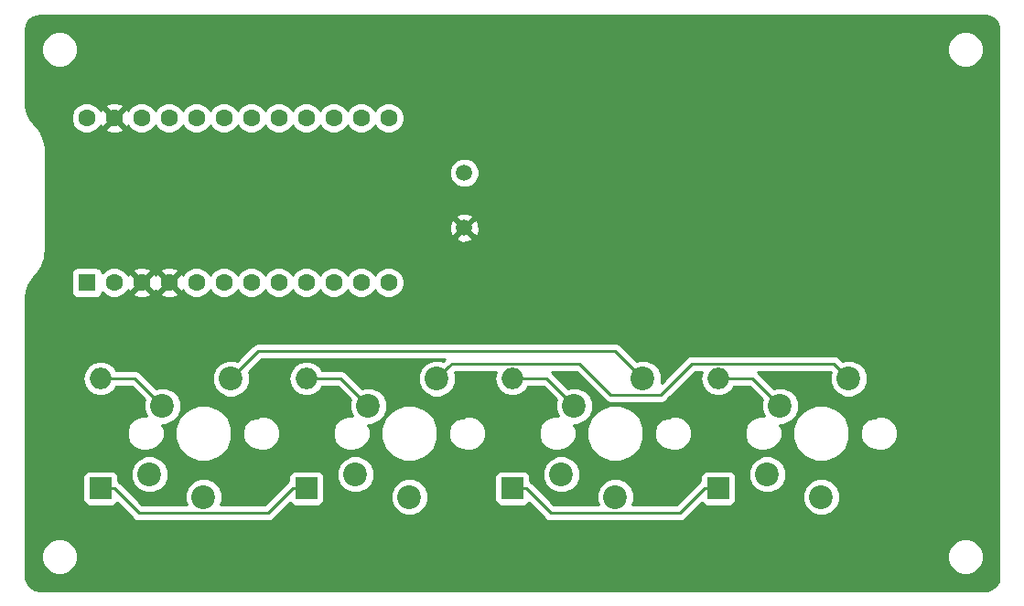
<source format=gtl>
G04 #@! TF.GenerationSoftware,KiCad,Pcbnew,5.0.2-bee76a0~70~ubuntu18.04.1*
G04 #@! TF.CreationDate,2019-05-16T03:56:20+09:00*
G04 #@! TF.ProjectId,meishi2,6d656973-6869-4322-9e6b-696361645f70,rev?*
G04 #@! TF.SameCoordinates,Original*
G04 #@! TF.FileFunction,Copper,L1,Top*
G04 #@! TF.FilePolarity,Positive*
%FSLAX46Y46*%
G04 Gerber Fmt 4.6, Leading zero omitted, Abs format (unit mm)*
G04 Created by KiCad (PCBNEW 5.0.2-bee76a0~70~ubuntu18.04.1) date 2019年05月16日 03時56分20秒*
%MOMM*%
%LPD*%
G01*
G04 APERTURE LIST*
G04 #@! TA.AperFunction,ComponentPad*
%ADD10O,2.000000X2.000000*%
G04 #@! TD*
G04 #@! TA.AperFunction,ComponentPad*
%ADD11R,2.000000X2.000000*%
G04 #@! TD*
G04 #@! TA.AperFunction,ComponentPad*
%ADD12C,2.200000*%
G04 #@! TD*
G04 #@! TA.AperFunction,ComponentPad*
%ADD13C,1.500000*%
G04 #@! TD*
G04 #@! TA.AperFunction,ComponentPad*
%ADD14C,1.600000*%
G04 #@! TD*
G04 #@! TA.AperFunction,ComponentPad*
%ADD15R,1.600000X1.600000*%
G04 #@! TD*
G04 #@! TA.AperFunction,Conductor*
%ADD16C,0.254000*%
G04 #@! TD*
G04 APERTURE END LIST*
D10*
G04 #@! TO.P,D1,2*
G04 #@! TO.N,Net-(D1-Pad2)*
X52070000Y-74930000D03*
D11*
G04 #@! TO.P,D1,1*
G04 #@! TO.N,row0*
X52070000Y-85090000D03*
G04 #@! TD*
D10*
G04 #@! TO.P,D2,2*
G04 #@! TO.N,Net-(D2-Pad2)*
X90170000Y-74930000D03*
D11*
G04 #@! TO.P,D2,1*
G04 #@! TO.N,row1*
X90170000Y-85090000D03*
G04 #@! TD*
D10*
G04 #@! TO.P,D3,2*
G04 #@! TO.N,Net-(D3-Pad2)*
X71120000Y-74930000D03*
D11*
G04 #@! TO.P,D3,1*
G04 #@! TO.N,row0*
X71120000Y-85090000D03*
G04 #@! TD*
D10*
G04 #@! TO.P,D4,2*
G04 #@! TO.N,Net-(D4-Pad2)*
X109220000Y-74930000D03*
D11*
G04 #@! TO.P,D4,1*
G04 #@! TO.N,row1*
X109220000Y-85090000D03*
G04 #@! TD*
D12*
G04 #@! TO.P,SW1,2*
G04 #@! TO.N,Net-(D1-Pad2)*
X56595000Y-83810000D03*
G04 #@! TO.P,SW1,1*
G04 #@! TO.N,col0*
X61595000Y-85910000D03*
G04 #@! TO.P,SW1,2*
G04 #@! TO.N,Net-(D1-Pad2)*
X57785000Y-77470000D03*
G04 #@! TO.P,SW1,1*
G04 #@! TO.N,col0*
X64135000Y-74930000D03*
G04 #@! TD*
G04 #@! TO.P,SW2,2*
G04 #@! TO.N,Net-(D2-Pad2)*
X94695000Y-83810000D03*
G04 #@! TO.P,SW2,1*
G04 #@! TO.N,col0*
X99695000Y-85910000D03*
G04 #@! TO.P,SW2,2*
G04 #@! TO.N,Net-(D2-Pad2)*
X95885000Y-77470000D03*
G04 #@! TO.P,SW2,1*
G04 #@! TO.N,col0*
X102235000Y-74930000D03*
G04 #@! TD*
G04 #@! TO.P,SW3,2*
G04 #@! TO.N,Net-(D3-Pad2)*
X75645000Y-83810000D03*
G04 #@! TO.P,SW3,1*
G04 #@! TO.N,col1*
X80645000Y-85910000D03*
G04 #@! TO.P,SW3,2*
G04 #@! TO.N,Net-(D3-Pad2)*
X76835000Y-77470000D03*
G04 #@! TO.P,SW3,1*
G04 #@! TO.N,col1*
X83185000Y-74930000D03*
G04 #@! TD*
G04 #@! TO.P,SW4,2*
G04 #@! TO.N,Net-(D4-Pad2)*
X113745000Y-83810000D03*
G04 #@! TO.P,SW4,1*
G04 #@! TO.N,col1*
X118745000Y-85910000D03*
G04 #@! TO.P,SW4,2*
G04 #@! TO.N,Net-(D4-Pad2)*
X114935000Y-77470000D03*
G04 #@! TO.P,SW4,1*
G04 #@! TO.N,col1*
X121285000Y-74930000D03*
G04 #@! TD*
D13*
G04 #@! TO.P,SW5,2*
G04 #@! TO.N,GND*
X85725000Y-60960000D03*
G04 #@! TO.P,SW5,1*
G04 #@! TO.N,RST*
X85725000Y-55880000D03*
G04 #@! TD*
D14*
G04 #@! TO.P,U1,24*
G04 #@! TO.N,Net-(U1-Pad24)*
X50800000Y-50800000D03*
G04 #@! TO.P,U1,23*
G04 #@! TO.N,GND*
X53340000Y-50800000D03*
G04 #@! TO.P,U1,22*
G04 #@! TO.N,RST*
X55880000Y-50800000D03*
G04 #@! TO.P,U1,21*
G04 #@! TO.N,VCC*
X58420000Y-50800000D03*
G04 #@! TO.P,U1,20*
G04 #@! TO.N,Net-(U1-Pad20)*
X60960000Y-50800000D03*
G04 #@! TO.P,U1,19*
G04 #@! TO.N,col0*
X63500000Y-50800000D03*
G04 #@! TO.P,U1,18*
G04 #@! TO.N,col1*
X66040000Y-50800000D03*
G04 #@! TO.P,U1,17*
G04 #@! TO.N,Net-(U1-Pad17)*
X68580000Y-50800000D03*
G04 #@! TO.P,U1,16*
G04 #@! TO.N,Net-(U1-Pad16)*
X71120000Y-50800000D03*
G04 #@! TO.P,U1,15*
G04 #@! TO.N,Net-(U1-Pad15)*
X73660000Y-50800000D03*
G04 #@! TO.P,U1,14*
G04 #@! TO.N,Net-(U1-Pad14)*
X76200000Y-50800000D03*
G04 #@! TO.P,U1,13*
G04 #@! TO.N,Net-(U1-Pad13)*
X78740000Y-50800000D03*
G04 #@! TO.P,U1,12*
G04 #@! TO.N,Net-(U1-Pad12)*
X78740000Y-66040000D03*
G04 #@! TO.P,U1,11*
G04 #@! TO.N,Net-(U1-Pad11)*
X76200000Y-66040000D03*
G04 #@! TO.P,U1,10*
G04 #@! TO.N,row1*
X73660000Y-66040000D03*
G04 #@! TO.P,U1,9*
G04 #@! TO.N,row0*
X71120000Y-66040000D03*
G04 #@! TO.P,U1,8*
G04 #@! TO.N,Net-(U1-Pad8)*
X68580000Y-66040000D03*
G04 #@! TO.P,U1,7*
G04 #@! TO.N,Net-(U1-Pad7)*
X66040000Y-66040000D03*
G04 #@! TO.P,U1,6*
G04 #@! TO.N,Net-(U1-Pad6)*
X63500000Y-66040000D03*
G04 #@! TO.P,U1,5*
G04 #@! TO.N,Net-(U1-Pad5)*
X60960000Y-66040000D03*
G04 #@! TO.P,U1,4*
G04 #@! TO.N,GND*
X58420000Y-66040000D03*
G04 #@! TO.P,U1,3*
X55880000Y-66040000D03*
G04 #@! TO.P,U1,2*
G04 #@! TO.N,Net-(U1-Pad2)*
X53340000Y-66040000D03*
D15*
G04 #@! TO.P,U1,1*
G04 #@! TO.N,Net-(U1-Pad1)*
X50800000Y-66040000D03*
G04 #@! TD*
D16*
G04 #@! TO.N,row0*
X53324000Y-85090000D02*
X52070000Y-85090000D01*
X55625001Y-87391001D02*
X53324000Y-85090000D01*
X69866000Y-85090000D02*
X67564999Y-87391001D01*
X67564999Y-87391001D02*
X55625001Y-87391001D01*
X71120000Y-85090000D02*
X69866000Y-85090000D01*
G04 #@! TO.N,Net-(D1-Pad2)*
X55245000Y-74930000D02*
X52070000Y-74930000D01*
X57785000Y-77470000D02*
X55245000Y-74930000D01*
G04 #@! TO.N,Net-(D2-Pad2)*
X93345000Y-74930000D02*
X90170000Y-74930000D01*
X95885000Y-77470000D02*
X93345000Y-74930000D01*
G04 #@! TO.N,row1*
X91424000Y-85090000D02*
X90170000Y-85090000D01*
X93725001Y-87391001D02*
X91424000Y-85090000D01*
X105664999Y-87391001D02*
X93725001Y-87391001D01*
X107966000Y-85090000D02*
X105664999Y-87391001D01*
X109220000Y-85090000D02*
X107966000Y-85090000D01*
G04 #@! TO.N,Net-(D3-Pad2)*
X76835000Y-77470000D02*
X74295000Y-74930000D01*
X74295000Y-74930000D02*
X71120000Y-74930000D01*
G04 #@! TO.N,Net-(D4-Pad2)*
X114935000Y-77470000D02*
X112395000Y-74930000D01*
X112395000Y-74930000D02*
X109220000Y-74930000D01*
G04 #@! TO.N,col0*
X101135001Y-73830001D02*
X102235000Y-74930000D01*
X99695000Y-72390000D02*
X101135001Y-73830001D01*
X64135000Y-74930000D02*
X66675000Y-72390000D01*
X66675000Y-72390000D02*
X99695000Y-72390000D01*
G04 #@! TO.N,col1*
X84566001Y-73548999D02*
X84284999Y-73830001D01*
X119903999Y-73548999D02*
X106791001Y-73548999D01*
X106791001Y-73548999D02*
X103928999Y-76411001D01*
X121285000Y-74930000D02*
X119903999Y-73548999D01*
X103928999Y-76411001D02*
X99271001Y-76411001D01*
X84284999Y-73830001D02*
X83185000Y-74930000D01*
X99271001Y-76411001D02*
X96408999Y-73548999D01*
X96408999Y-73548999D02*
X84566001Y-73548999D01*
G04 #@! TD*
G04 #@! TO.N,GND*
G36*
X134318364Y-41404985D02*
X134624928Y-41544372D01*
X134880050Y-41764199D01*
X135063218Y-42046792D01*
X135166743Y-42392959D01*
X135180000Y-42571350D01*
X135180001Y-93294413D01*
X135125015Y-93678364D01*
X134985628Y-93984928D01*
X134765804Y-94240047D01*
X134483207Y-94423218D01*
X134137043Y-94526743D01*
X133958649Y-94540000D01*
X46405580Y-94540000D01*
X46021636Y-94485015D01*
X45715072Y-94345628D01*
X45459953Y-94125804D01*
X45276782Y-93843207D01*
X45173257Y-93497043D01*
X45160000Y-93318649D01*
X45160000Y-91104833D01*
X46575000Y-91104833D01*
X46575000Y-91775167D01*
X46831526Y-92394476D01*
X47305524Y-92868474D01*
X47924833Y-93125000D01*
X48595167Y-93125000D01*
X49214476Y-92868474D01*
X49688474Y-92394476D01*
X49945000Y-91775167D01*
X49945000Y-91104833D01*
X130395000Y-91104833D01*
X130395000Y-91775167D01*
X130651526Y-92394476D01*
X131125524Y-92868474D01*
X131744833Y-93125000D01*
X132415167Y-93125000D01*
X133034476Y-92868474D01*
X133508474Y-92394476D01*
X133765000Y-91775167D01*
X133765000Y-91104833D01*
X133508474Y-90485524D01*
X133034476Y-90011526D01*
X132415167Y-89755000D01*
X131744833Y-89755000D01*
X131125524Y-90011526D01*
X130651526Y-90485524D01*
X130395000Y-91104833D01*
X49945000Y-91104833D01*
X49688474Y-90485524D01*
X49214476Y-90011526D01*
X48595167Y-89755000D01*
X47924833Y-89755000D01*
X47305524Y-90011526D01*
X46831526Y-90485524D01*
X46575000Y-91104833D01*
X45160000Y-91104833D01*
X45160000Y-84090000D01*
X50422560Y-84090000D01*
X50422560Y-86090000D01*
X50471843Y-86337765D01*
X50612191Y-86547809D01*
X50822235Y-86688157D01*
X51070000Y-86737440D01*
X53070000Y-86737440D01*
X53317765Y-86688157D01*
X53527809Y-86547809D01*
X53598453Y-86442083D01*
X55033119Y-87876750D01*
X55075630Y-87940372D01*
X55327684Y-88108789D01*
X55549953Y-88153001D01*
X55549954Y-88153001D01*
X55625001Y-88167929D01*
X55700048Y-88153001D01*
X67489956Y-88153001D01*
X67564999Y-88167928D01*
X67640042Y-88153001D01*
X67640047Y-88153001D01*
X67862316Y-88108789D01*
X68114370Y-87940372D01*
X68156882Y-87876748D01*
X69591547Y-86442084D01*
X69662191Y-86547809D01*
X69872235Y-86688157D01*
X70120000Y-86737440D01*
X72120000Y-86737440D01*
X72367765Y-86688157D01*
X72577809Y-86547809D01*
X72718157Y-86337765D01*
X72767440Y-86090000D01*
X72767440Y-85564887D01*
X78910000Y-85564887D01*
X78910000Y-86255113D01*
X79174138Y-86892799D01*
X79662201Y-87380862D01*
X80299887Y-87645000D01*
X80990113Y-87645000D01*
X81627799Y-87380862D01*
X82115862Y-86892799D01*
X82380000Y-86255113D01*
X82380000Y-85564887D01*
X82115862Y-84927201D01*
X81627799Y-84439138D01*
X80990113Y-84175000D01*
X80299887Y-84175000D01*
X79662201Y-84439138D01*
X79174138Y-84927201D01*
X78910000Y-85564887D01*
X72767440Y-85564887D01*
X72767440Y-84090000D01*
X72718157Y-83842235D01*
X72577809Y-83632191D01*
X72367765Y-83491843D01*
X72232247Y-83464887D01*
X73910000Y-83464887D01*
X73910000Y-84155113D01*
X74174138Y-84792799D01*
X74662201Y-85280862D01*
X75299887Y-85545000D01*
X75990113Y-85545000D01*
X76627799Y-85280862D01*
X77115862Y-84792799D01*
X77380000Y-84155113D01*
X77380000Y-84090000D01*
X88522560Y-84090000D01*
X88522560Y-86090000D01*
X88571843Y-86337765D01*
X88712191Y-86547809D01*
X88922235Y-86688157D01*
X89170000Y-86737440D01*
X91170000Y-86737440D01*
X91417765Y-86688157D01*
X91627809Y-86547809D01*
X91698453Y-86442083D01*
X93133119Y-87876750D01*
X93175630Y-87940372D01*
X93427684Y-88108789D01*
X93649953Y-88153001D01*
X93649954Y-88153001D01*
X93725001Y-88167929D01*
X93800048Y-88153001D01*
X105589956Y-88153001D01*
X105664999Y-88167928D01*
X105740042Y-88153001D01*
X105740047Y-88153001D01*
X105962316Y-88108789D01*
X106214370Y-87940372D01*
X106256882Y-87876748D01*
X107691547Y-86442084D01*
X107762191Y-86547809D01*
X107972235Y-86688157D01*
X108220000Y-86737440D01*
X110220000Y-86737440D01*
X110467765Y-86688157D01*
X110677809Y-86547809D01*
X110818157Y-86337765D01*
X110867440Y-86090000D01*
X110867440Y-85564887D01*
X117010000Y-85564887D01*
X117010000Y-86255113D01*
X117274138Y-86892799D01*
X117762201Y-87380862D01*
X118399887Y-87645000D01*
X119090113Y-87645000D01*
X119727799Y-87380862D01*
X120215862Y-86892799D01*
X120480000Y-86255113D01*
X120480000Y-85564887D01*
X120215862Y-84927201D01*
X119727799Y-84439138D01*
X119090113Y-84175000D01*
X118399887Y-84175000D01*
X117762201Y-84439138D01*
X117274138Y-84927201D01*
X117010000Y-85564887D01*
X110867440Y-85564887D01*
X110867440Y-84090000D01*
X110818157Y-83842235D01*
X110677809Y-83632191D01*
X110467765Y-83491843D01*
X110332247Y-83464887D01*
X112010000Y-83464887D01*
X112010000Y-84155113D01*
X112274138Y-84792799D01*
X112762201Y-85280862D01*
X113399887Y-85545000D01*
X114090113Y-85545000D01*
X114727799Y-85280862D01*
X115215862Y-84792799D01*
X115480000Y-84155113D01*
X115480000Y-83464887D01*
X115215862Y-82827201D01*
X114727799Y-82339138D01*
X114090113Y-82075000D01*
X113399887Y-82075000D01*
X112762201Y-82339138D01*
X112274138Y-82827201D01*
X112010000Y-83464887D01*
X110332247Y-83464887D01*
X110220000Y-83442560D01*
X108220000Y-83442560D01*
X107972235Y-83491843D01*
X107762191Y-83632191D01*
X107621843Y-83842235D01*
X107572560Y-84090000D01*
X107572560Y-84436439D01*
X107416629Y-84540629D01*
X107374118Y-84604251D01*
X105349369Y-86629001D01*
X101275131Y-86629001D01*
X101430000Y-86255113D01*
X101430000Y-85564887D01*
X101165862Y-84927201D01*
X100677799Y-84439138D01*
X100040113Y-84175000D01*
X99349887Y-84175000D01*
X98712201Y-84439138D01*
X98224138Y-84927201D01*
X97960000Y-85564887D01*
X97960000Y-86255113D01*
X98114869Y-86629001D01*
X94040632Y-86629001D01*
X92015883Y-84604253D01*
X91973371Y-84540629D01*
X91817440Y-84436439D01*
X91817440Y-84090000D01*
X91768157Y-83842235D01*
X91627809Y-83632191D01*
X91417765Y-83491843D01*
X91282247Y-83464887D01*
X92960000Y-83464887D01*
X92960000Y-84155113D01*
X93224138Y-84792799D01*
X93712201Y-85280862D01*
X94349887Y-85545000D01*
X95040113Y-85545000D01*
X95677799Y-85280862D01*
X96165862Y-84792799D01*
X96430000Y-84155113D01*
X96430000Y-83464887D01*
X96165862Y-82827201D01*
X95677799Y-82339138D01*
X95040113Y-82075000D01*
X94349887Y-82075000D01*
X93712201Y-82339138D01*
X93224138Y-82827201D01*
X92960000Y-83464887D01*
X91282247Y-83464887D01*
X91170000Y-83442560D01*
X89170000Y-83442560D01*
X88922235Y-83491843D01*
X88712191Y-83632191D01*
X88571843Y-83842235D01*
X88522560Y-84090000D01*
X77380000Y-84090000D01*
X77380000Y-83464887D01*
X77115862Y-82827201D01*
X76627799Y-82339138D01*
X75990113Y-82075000D01*
X75299887Y-82075000D01*
X74662201Y-82339138D01*
X74174138Y-82827201D01*
X73910000Y-83464887D01*
X72232247Y-83464887D01*
X72120000Y-83442560D01*
X70120000Y-83442560D01*
X69872235Y-83491843D01*
X69662191Y-83632191D01*
X69521843Y-83842235D01*
X69472560Y-84090000D01*
X69472560Y-84436439D01*
X69316629Y-84540629D01*
X69274118Y-84604251D01*
X67249369Y-86629001D01*
X63175131Y-86629001D01*
X63330000Y-86255113D01*
X63330000Y-85564887D01*
X63065862Y-84927201D01*
X62577799Y-84439138D01*
X61940113Y-84175000D01*
X61249887Y-84175000D01*
X60612201Y-84439138D01*
X60124138Y-84927201D01*
X59860000Y-85564887D01*
X59860000Y-86255113D01*
X60014869Y-86629001D01*
X55940632Y-86629001D01*
X53915883Y-84604253D01*
X53873371Y-84540629D01*
X53717440Y-84436439D01*
X53717440Y-84090000D01*
X53668157Y-83842235D01*
X53527809Y-83632191D01*
X53317765Y-83491843D01*
X53182247Y-83464887D01*
X54860000Y-83464887D01*
X54860000Y-84155113D01*
X55124138Y-84792799D01*
X55612201Y-85280862D01*
X56249887Y-85545000D01*
X56940113Y-85545000D01*
X57577799Y-85280862D01*
X58065862Y-84792799D01*
X58330000Y-84155113D01*
X58330000Y-83464887D01*
X58065862Y-82827201D01*
X57577799Y-82339138D01*
X56940113Y-82075000D01*
X56249887Y-82075000D01*
X55612201Y-82339138D01*
X55124138Y-82827201D01*
X54860000Y-83464887D01*
X53182247Y-83464887D01*
X53070000Y-83442560D01*
X51070000Y-83442560D01*
X50822235Y-83491843D01*
X50612191Y-83632191D01*
X50471843Y-83842235D01*
X50422560Y-84090000D01*
X45160000Y-84090000D01*
X45160000Y-74930000D01*
X50402969Y-74930000D01*
X50529864Y-75567945D01*
X50891231Y-76108769D01*
X51432055Y-76470136D01*
X51908969Y-76565000D01*
X52231031Y-76565000D01*
X52707945Y-76470136D01*
X53248769Y-76108769D01*
X53527245Y-75692000D01*
X54929370Y-75692000D01*
X56141458Y-76904088D01*
X56050000Y-77124887D01*
X56050000Y-77815113D01*
X56302623Y-78425000D01*
X55779724Y-78425000D01*
X55197170Y-78666302D01*
X54751302Y-79112170D01*
X54510000Y-79694724D01*
X54510000Y-80325276D01*
X54751302Y-80907830D01*
X55197170Y-81353698D01*
X55779724Y-81595000D01*
X56410276Y-81595000D01*
X56651697Y-81495000D01*
X56810385Y-81495000D01*
X57356185Y-81268922D01*
X57773922Y-80851185D01*
X58000000Y-80305385D01*
X58000000Y-79714615D01*
X57905249Y-79485866D01*
X58960000Y-79485866D01*
X58960000Y-80534134D01*
X59361155Y-81502608D01*
X60102392Y-82243845D01*
X61070866Y-82645000D01*
X62119134Y-82645000D01*
X63087608Y-82243845D01*
X63828845Y-81502608D01*
X64230000Y-80534134D01*
X64230000Y-79714615D01*
X65190000Y-79714615D01*
X65190000Y-80305385D01*
X65416078Y-80851185D01*
X65833815Y-81268922D01*
X66379615Y-81495000D01*
X66538303Y-81495000D01*
X66779724Y-81595000D01*
X67410276Y-81595000D01*
X67992830Y-81353698D01*
X68438698Y-80907830D01*
X68680000Y-80325276D01*
X68680000Y-79694724D01*
X68438698Y-79112170D01*
X67992830Y-78666302D01*
X67410276Y-78425000D01*
X66779724Y-78425000D01*
X66538303Y-78525000D01*
X66379615Y-78525000D01*
X65833815Y-78751078D01*
X65416078Y-79168815D01*
X65190000Y-79714615D01*
X64230000Y-79714615D01*
X64230000Y-79485866D01*
X63828845Y-78517392D01*
X63087608Y-77776155D01*
X62119134Y-77375000D01*
X61070866Y-77375000D01*
X60102392Y-77776155D01*
X59361155Y-78517392D01*
X58960000Y-79485866D01*
X57905249Y-79485866D01*
X57788910Y-79205000D01*
X58130113Y-79205000D01*
X58767799Y-78940862D01*
X59255862Y-78452799D01*
X59520000Y-77815113D01*
X59520000Y-77124887D01*
X59255862Y-76487201D01*
X58767799Y-75999138D01*
X58130113Y-75735000D01*
X57439887Y-75735000D01*
X57219088Y-75826458D01*
X55977517Y-74584887D01*
X62400000Y-74584887D01*
X62400000Y-75275113D01*
X62664138Y-75912799D01*
X63152201Y-76400862D01*
X63789887Y-76665000D01*
X64480113Y-76665000D01*
X65117799Y-76400862D01*
X65605862Y-75912799D01*
X65870000Y-75275113D01*
X65870000Y-74930000D01*
X69452969Y-74930000D01*
X69579864Y-75567945D01*
X69941231Y-76108769D01*
X70482055Y-76470136D01*
X70958969Y-76565000D01*
X71281031Y-76565000D01*
X71757945Y-76470136D01*
X72298769Y-76108769D01*
X72577245Y-75692000D01*
X73979370Y-75692000D01*
X75191458Y-76904088D01*
X75100000Y-77124887D01*
X75100000Y-77815113D01*
X75352623Y-78425000D01*
X74829724Y-78425000D01*
X74247170Y-78666302D01*
X73801302Y-79112170D01*
X73560000Y-79694724D01*
X73560000Y-80325276D01*
X73801302Y-80907830D01*
X74247170Y-81353698D01*
X74829724Y-81595000D01*
X75460276Y-81595000D01*
X75701697Y-81495000D01*
X75860385Y-81495000D01*
X76406185Y-81268922D01*
X76823922Y-80851185D01*
X77050000Y-80305385D01*
X77050000Y-79714615D01*
X76955249Y-79485866D01*
X78010000Y-79485866D01*
X78010000Y-80534134D01*
X78411155Y-81502608D01*
X79152392Y-82243845D01*
X80120866Y-82645000D01*
X81169134Y-82645000D01*
X82137608Y-82243845D01*
X82878845Y-81502608D01*
X83280000Y-80534134D01*
X83280000Y-79714615D01*
X84240000Y-79714615D01*
X84240000Y-80305385D01*
X84466078Y-80851185D01*
X84883815Y-81268922D01*
X85429615Y-81495000D01*
X85588303Y-81495000D01*
X85829724Y-81595000D01*
X86460276Y-81595000D01*
X87042830Y-81353698D01*
X87488698Y-80907830D01*
X87730000Y-80325276D01*
X87730000Y-79694724D01*
X87488698Y-79112170D01*
X87042830Y-78666302D01*
X86460276Y-78425000D01*
X85829724Y-78425000D01*
X85588303Y-78525000D01*
X85429615Y-78525000D01*
X84883815Y-78751078D01*
X84466078Y-79168815D01*
X84240000Y-79714615D01*
X83280000Y-79714615D01*
X83280000Y-79485866D01*
X82878845Y-78517392D01*
X82137608Y-77776155D01*
X81169134Y-77375000D01*
X80120866Y-77375000D01*
X79152392Y-77776155D01*
X78411155Y-78517392D01*
X78010000Y-79485866D01*
X76955249Y-79485866D01*
X76838910Y-79205000D01*
X77180113Y-79205000D01*
X77817799Y-78940862D01*
X78305862Y-78452799D01*
X78570000Y-77815113D01*
X78570000Y-77124887D01*
X78305862Y-76487201D01*
X77817799Y-75999138D01*
X77180113Y-75735000D01*
X76489887Y-75735000D01*
X76269088Y-75826458D01*
X74886884Y-74444254D01*
X74844371Y-74380629D01*
X74592317Y-74212212D01*
X74370048Y-74168000D01*
X74370043Y-74168000D01*
X74295000Y-74153073D01*
X74219957Y-74168000D01*
X72577245Y-74168000D01*
X72298769Y-73751231D01*
X71757945Y-73389864D01*
X71281031Y-73295000D01*
X70958969Y-73295000D01*
X70482055Y-73389864D01*
X69941231Y-73751231D01*
X69579864Y-74292055D01*
X69452969Y-74930000D01*
X65870000Y-74930000D01*
X65870000Y-74584887D01*
X65778542Y-74364088D01*
X66990630Y-73152000D01*
X83885370Y-73152000D01*
X83799253Y-73238117D01*
X83799250Y-73238119D01*
X83750911Y-73286458D01*
X83530113Y-73195000D01*
X82839887Y-73195000D01*
X82202201Y-73459138D01*
X81714138Y-73947201D01*
X81450000Y-74584887D01*
X81450000Y-75275113D01*
X81714138Y-75912799D01*
X82202201Y-76400862D01*
X82839887Y-76665000D01*
X83530113Y-76665000D01*
X84167799Y-76400862D01*
X84655862Y-75912799D01*
X84920000Y-75275113D01*
X84920000Y-74584887D01*
X84828542Y-74364089D01*
X84876881Y-74315750D01*
X84876883Y-74315747D01*
X84881631Y-74310999D01*
X88626096Y-74310999D01*
X88502969Y-74930000D01*
X88629864Y-75567945D01*
X88991231Y-76108769D01*
X89532055Y-76470136D01*
X90008969Y-76565000D01*
X90331031Y-76565000D01*
X90807945Y-76470136D01*
X91348769Y-76108769D01*
X91627245Y-75692000D01*
X93029370Y-75692000D01*
X94241458Y-76904088D01*
X94150000Y-77124887D01*
X94150000Y-77815113D01*
X94402623Y-78425000D01*
X93879724Y-78425000D01*
X93297170Y-78666302D01*
X92851302Y-79112170D01*
X92610000Y-79694724D01*
X92610000Y-80325276D01*
X92851302Y-80907830D01*
X93297170Y-81353698D01*
X93879724Y-81595000D01*
X94510276Y-81595000D01*
X94751697Y-81495000D01*
X94910385Y-81495000D01*
X95456185Y-81268922D01*
X95873922Y-80851185D01*
X96100000Y-80305385D01*
X96100000Y-79714615D01*
X96005249Y-79485866D01*
X97060000Y-79485866D01*
X97060000Y-80534134D01*
X97461155Y-81502608D01*
X98202392Y-82243845D01*
X99170866Y-82645000D01*
X100219134Y-82645000D01*
X101187608Y-82243845D01*
X101928845Y-81502608D01*
X102330000Y-80534134D01*
X102330000Y-79714615D01*
X103290000Y-79714615D01*
X103290000Y-80305385D01*
X103516078Y-80851185D01*
X103933815Y-81268922D01*
X104479615Y-81495000D01*
X104638303Y-81495000D01*
X104879724Y-81595000D01*
X105510276Y-81595000D01*
X106092830Y-81353698D01*
X106538698Y-80907830D01*
X106780000Y-80325276D01*
X106780000Y-79694724D01*
X106538698Y-79112170D01*
X106092830Y-78666302D01*
X105510276Y-78425000D01*
X104879724Y-78425000D01*
X104638303Y-78525000D01*
X104479615Y-78525000D01*
X103933815Y-78751078D01*
X103516078Y-79168815D01*
X103290000Y-79714615D01*
X102330000Y-79714615D01*
X102330000Y-79485866D01*
X101928845Y-78517392D01*
X101187608Y-77776155D01*
X100219134Y-77375000D01*
X99170866Y-77375000D01*
X98202392Y-77776155D01*
X97461155Y-78517392D01*
X97060000Y-79485866D01*
X96005249Y-79485866D01*
X95888910Y-79205000D01*
X96230113Y-79205000D01*
X96867799Y-78940862D01*
X97355862Y-78452799D01*
X97620000Y-77815113D01*
X97620000Y-77124887D01*
X97355862Y-76487201D01*
X96867799Y-75999138D01*
X96230113Y-75735000D01*
X95539887Y-75735000D01*
X95319088Y-75826458D01*
X93936884Y-74444254D01*
X93894371Y-74380629D01*
X93790162Y-74310999D01*
X96093369Y-74310999D01*
X98679119Y-76896750D01*
X98721630Y-76960372D01*
X98973684Y-77128789D01*
X99195953Y-77173001D01*
X99195957Y-77173001D01*
X99271000Y-77187928D01*
X99346043Y-77173001D01*
X103853956Y-77173001D01*
X103928999Y-77187928D01*
X104004042Y-77173001D01*
X104004047Y-77173001D01*
X104226316Y-77128789D01*
X104478370Y-76960372D01*
X104520882Y-76896748D01*
X107106632Y-74310999D01*
X107676096Y-74310999D01*
X107552969Y-74930000D01*
X107679864Y-75567945D01*
X108041231Y-76108769D01*
X108582055Y-76470136D01*
X109058969Y-76565000D01*
X109381031Y-76565000D01*
X109857945Y-76470136D01*
X110398769Y-76108769D01*
X110677245Y-75692000D01*
X112079370Y-75692000D01*
X113291458Y-76904088D01*
X113200000Y-77124887D01*
X113200000Y-77815113D01*
X113452623Y-78425000D01*
X112929724Y-78425000D01*
X112347170Y-78666302D01*
X111901302Y-79112170D01*
X111660000Y-79694724D01*
X111660000Y-80325276D01*
X111901302Y-80907830D01*
X112347170Y-81353698D01*
X112929724Y-81595000D01*
X113560276Y-81595000D01*
X113801697Y-81495000D01*
X113960385Y-81495000D01*
X114506185Y-81268922D01*
X114923922Y-80851185D01*
X115150000Y-80305385D01*
X115150000Y-79714615D01*
X115055249Y-79485866D01*
X116110000Y-79485866D01*
X116110000Y-80534134D01*
X116511155Y-81502608D01*
X117252392Y-82243845D01*
X118220866Y-82645000D01*
X119269134Y-82645000D01*
X120237608Y-82243845D01*
X120978845Y-81502608D01*
X121380000Y-80534134D01*
X121380000Y-79714615D01*
X122340000Y-79714615D01*
X122340000Y-80305385D01*
X122566078Y-80851185D01*
X122983815Y-81268922D01*
X123529615Y-81495000D01*
X123688303Y-81495000D01*
X123929724Y-81595000D01*
X124560276Y-81595000D01*
X125142830Y-81353698D01*
X125588698Y-80907830D01*
X125830000Y-80325276D01*
X125830000Y-79694724D01*
X125588698Y-79112170D01*
X125142830Y-78666302D01*
X124560276Y-78425000D01*
X123929724Y-78425000D01*
X123688303Y-78525000D01*
X123529615Y-78525000D01*
X122983815Y-78751078D01*
X122566078Y-79168815D01*
X122340000Y-79714615D01*
X121380000Y-79714615D01*
X121380000Y-79485866D01*
X120978845Y-78517392D01*
X120237608Y-77776155D01*
X119269134Y-77375000D01*
X118220866Y-77375000D01*
X117252392Y-77776155D01*
X116511155Y-78517392D01*
X116110000Y-79485866D01*
X115055249Y-79485866D01*
X114938910Y-79205000D01*
X115280113Y-79205000D01*
X115917799Y-78940862D01*
X116405862Y-78452799D01*
X116670000Y-77815113D01*
X116670000Y-77124887D01*
X116405862Y-76487201D01*
X115917799Y-75999138D01*
X115280113Y-75735000D01*
X114589887Y-75735000D01*
X114369088Y-75826458D01*
X112986884Y-74444254D01*
X112944371Y-74380629D01*
X112840162Y-74310999D01*
X119588369Y-74310999D01*
X119641458Y-74364088D01*
X119550000Y-74584887D01*
X119550000Y-75275113D01*
X119814138Y-75912799D01*
X120302201Y-76400862D01*
X120939887Y-76665000D01*
X121630113Y-76665000D01*
X122267799Y-76400862D01*
X122755862Y-75912799D01*
X123020000Y-75275113D01*
X123020000Y-74584887D01*
X122755862Y-73947201D01*
X122267799Y-73459138D01*
X121630113Y-73195000D01*
X120939887Y-73195000D01*
X120719088Y-73286458D01*
X120495882Y-73063252D01*
X120453370Y-72999628D01*
X120201316Y-72831211D01*
X119979047Y-72786999D01*
X119979042Y-72786999D01*
X119903999Y-72772072D01*
X119828956Y-72786999D01*
X106866043Y-72786999D01*
X106791000Y-72772072D01*
X106715957Y-72786999D01*
X106715953Y-72786999D01*
X106493684Y-72831211D01*
X106241630Y-72999628D01*
X106199119Y-73063250D01*
X103957798Y-75304572D01*
X103970000Y-75275113D01*
X103970000Y-74584887D01*
X103705862Y-73947201D01*
X103217799Y-73459138D01*
X102580113Y-73195000D01*
X101889887Y-73195000D01*
X101669089Y-73286458D01*
X100286883Y-71904253D01*
X100244371Y-71840629D01*
X99992317Y-71672212D01*
X99770048Y-71628000D01*
X99770043Y-71628000D01*
X99695000Y-71613073D01*
X99619957Y-71628000D01*
X66750042Y-71628000D01*
X66674999Y-71613073D01*
X66599956Y-71628000D01*
X66599952Y-71628000D01*
X66377683Y-71672212D01*
X66377682Y-71672213D01*
X66377681Y-71672213D01*
X66323641Y-71708322D01*
X66125629Y-71840629D01*
X66083116Y-71904254D01*
X64700912Y-73286458D01*
X64480113Y-73195000D01*
X63789887Y-73195000D01*
X63152201Y-73459138D01*
X62664138Y-73947201D01*
X62400000Y-74584887D01*
X55977517Y-74584887D01*
X55836884Y-74444254D01*
X55794371Y-74380629D01*
X55542317Y-74212212D01*
X55320048Y-74168000D01*
X55320043Y-74168000D01*
X55245000Y-74153073D01*
X55169957Y-74168000D01*
X53527245Y-74168000D01*
X53248769Y-73751231D01*
X52707945Y-73389864D01*
X52231031Y-73295000D01*
X51908969Y-73295000D01*
X51432055Y-73389864D01*
X50891231Y-73751231D01*
X50529864Y-74292055D01*
X50402969Y-74930000D01*
X45160000Y-74930000D01*
X45160000Y-67349693D01*
X45225599Y-66764870D01*
X45405998Y-66246832D01*
X45706962Y-65765190D01*
X45910049Y-65537250D01*
X46153212Y-65264330D01*
X46170438Y-65240000D01*
X49352560Y-65240000D01*
X49352560Y-66840000D01*
X49401843Y-67087765D01*
X49542191Y-67297809D01*
X49752235Y-67438157D01*
X50000000Y-67487440D01*
X51600000Y-67487440D01*
X51847765Y-67438157D01*
X52057809Y-67297809D01*
X52198157Y-67087765D01*
X52224738Y-66954134D01*
X52527138Y-67256534D01*
X53054561Y-67475000D01*
X53625439Y-67475000D01*
X54152862Y-67256534D01*
X54361651Y-67047745D01*
X55051861Y-67047745D01*
X55125995Y-67293864D01*
X55663223Y-67486965D01*
X56233454Y-67459778D01*
X56634005Y-67293864D01*
X56708139Y-67047745D01*
X57591861Y-67047745D01*
X57665995Y-67293864D01*
X58203223Y-67486965D01*
X58773454Y-67459778D01*
X59174005Y-67293864D01*
X59248139Y-67047745D01*
X58420000Y-66219605D01*
X57591861Y-67047745D01*
X56708139Y-67047745D01*
X55880000Y-66219605D01*
X55051861Y-67047745D01*
X54361651Y-67047745D01*
X54556534Y-66852862D01*
X54603525Y-66739417D01*
X54626136Y-66794005D01*
X54872255Y-66868139D01*
X55700395Y-66040000D01*
X56059605Y-66040000D01*
X56887745Y-66868139D01*
X57133864Y-66794005D01*
X57148858Y-66752291D01*
X57166136Y-66794005D01*
X57412255Y-66868139D01*
X58240395Y-66040000D01*
X58599605Y-66040000D01*
X59427745Y-66868139D01*
X59673864Y-66794005D01*
X59694874Y-66735552D01*
X59743466Y-66852862D01*
X60147138Y-67256534D01*
X60674561Y-67475000D01*
X61245439Y-67475000D01*
X61772862Y-67256534D01*
X62176534Y-66852862D01*
X62230000Y-66723784D01*
X62283466Y-66852862D01*
X62687138Y-67256534D01*
X63214561Y-67475000D01*
X63785439Y-67475000D01*
X64312862Y-67256534D01*
X64716534Y-66852862D01*
X64770000Y-66723784D01*
X64823466Y-66852862D01*
X65227138Y-67256534D01*
X65754561Y-67475000D01*
X66325439Y-67475000D01*
X66852862Y-67256534D01*
X67256534Y-66852862D01*
X67310000Y-66723784D01*
X67363466Y-66852862D01*
X67767138Y-67256534D01*
X68294561Y-67475000D01*
X68865439Y-67475000D01*
X69392862Y-67256534D01*
X69796534Y-66852862D01*
X69850000Y-66723784D01*
X69903466Y-66852862D01*
X70307138Y-67256534D01*
X70834561Y-67475000D01*
X71405439Y-67475000D01*
X71932862Y-67256534D01*
X72336534Y-66852862D01*
X72390000Y-66723784D01*
X72443466Y-66852862D01*
X72847138Y-67256534D01*
X73374561Y-67475000D01*
X73945439Y-67475000D01*
X74472862Y-67256534D01*
X74876534Y-66852862D01*
X74930000Y-66723784D01*
X74983466Y-66852862D01*
X75387138Y-67256534D01*
X75914561Y-67475000D01*
X76485439Y-67475000D01*
X77012862Y-67256534D01*
X77416534Y-66852862D01*
X77470000Y-66723784D01*
X77523466Y-66852862D01*
X77927138Y-67256534D01*
X78454561Y-67475000D01*
X79025439Y-67475000D01*
X79552862Y-67256534D01*
X79956534Y-66852862D01*
X80175000Y-66325439D01*
X80175000Y-65754561D01*
X79956534Y-65227138D01*
X79552862Y-64823466D01*
X79025439Y-64605000D01*
X78454561Y-64605000D01*
X77927138Y-64823466D01*
X77523466Y-65227138D01*
X77470000Y-65356216D01*
X77416534Y-65227138D01*
X77012862Y-64823466D01*
X76485439Y-64605000D01*
X75914561Y-64605000D01*
X75387138Y-64823466D01*
X74983466Y-65227138D01*
X74930000Y-65356216D01*
X74876534Y-65227138D01*
X74472862Y-64823466D01*
X73945439Y-64605000D01*
X73374561Y-64605000D01*
X72847138Y-64823466D01*
X72443466Y-65227138D01*
X72390000Y-65356216D01*
X72336534Y-65227138D01*
X71932862Y-64823466D01*
X71405439Y-64605000D01*
X70834561Y-64605000D01*
X70307138Y-64823466D01*
X69903466Y-65227138D01*
X69850000Y-65356216D01*
X69796534Y-65227138D01*
X69392862Y-64823466D01*
X68865439Y-64605000D01*
X68294561Y-64605000D01*
X67767138Y-64823466D01*
X67363466Y-65227138D01*
X67310000Y-65356216D01*
X67256534Y-65227138D01*
X66852862Y-64823466D01*
X66325439Y-64605000D01*
X65754561Y-64605000D01*
X65227138Y-64823466D01*
X64823466Y-65227138D01*
X64770000Y-65356216D01*
X64716534Y-65227138D01*
X64312862Y-64823466D01*
X63785439Y-64605000D01*
X63214561Y-64605000D01*
X62687138Y-64823466D01*
X62283466Y-65227138D01*
X62230000Y-65356216D01*
X62176534Y-65227138D01*
X61772862Y-64823466D01*
X61245439Y-64605000D01*
X60674561Y-64605000D01*
X60147138Y-64823466D01*
X59743466Y-65227138D01*
X59696475Y-65340583D01*
X59673864Y-65285995D01*
X59427745Y-65211861D01*
X58599605Y-66040000D01*
X58240395Y-66040000D01*
X57412255Y-65211861D01*
X57166136Y-65285995D01*
X57151142Y-65327709D01*
X57133864Y-65285995D01*
X56887745Y-65211861D01*
X56059605Y-66040000D01*
X55700395Y-66040000D01*
X54872255Y-65211861D01*
X54626136Y-65285995D01*
X54605126Y-65344448D01*
X54556534Y-65227138D01*
X54361651Y-65032255D01*
X55051861Y-65032255D01*
X55880000Y-65860395D01*
X56708139Y-65032255D01*
X57591861Y-65032255D01*
X58420000Y-65860395D01*
X59248139Y-65032255D01*
X59174005Y-64786136D01*
X58636777Y-64593035D01*
X58066546Y-64620222D01*
X57665995Y-64786136D01*
X57591861Y-65032255D01*
X56708139Y-65032255D01*
X56634005Y-64786136D01*
X56096777Y-64593035D01*
X55526546Y-64620222D01*
X55125995Y-64786136D01*
X55051861Y-65032255D01*
X54361651Y-65032255D01*
X54152862Y-64823466D01*
X53625439Y-64605000D01*
X53054561Y-64605000D01*
X52527138Y-64823466D01*
X52224738Y-65125866D01*
X52198157Y-64992235D01*
X52057809Y-64782191D01*
X51847765Y-64641843D01*
X51600000Y-64592560D01*
X50000000Y-64592560D01*
X49752235Y-64641843D01*
X49542191Y-64782191D01*
X49401843Y-64992235D01*
X49352560Y-65240000D01*
X46170438Y-65240000D01*
X46185064Y-65219343D01*
X46219902Y-65176628D01*
X46225213Y-65168258D01*
X46600304Y-64567987D01*
X46632375Y-64501050D01*
X46665372Y-64434578D01*
X46668697Y-64425239D01*
X46901478Y-63756783D01*
X46917916Y-63684433D01*
X46935373Y-63612275D01*
X46936546Y-63602431D01*
X47012096Y-62928892D01*
X47019872Y-62889798D01*
X47019872Y-61931517D01*
X84933088Y-61931517D01*
X85001077Y-62172460D01*
X85520171Y-62357201D01*
X86070448Y-62329230D01*
X86448923Y-62172460D01*
X86516912Y-61931517D01*
X85725000Y-61139605D01*
X84933088Y-61931517D01*
X47019872Y-61931517D01*
X47019872Y-60755171D01*
X84327799Y-60755171D01*
X84355770Y-61305448D01*
X84512540Y-61683923D01*
X84753483Y-61751912D01*
X85545395Y-60960000D01*
X85904605Y-60960000D01*
X86696517Y-61751912D01*
X86937460Y-61683923D01*
X87122201Y-61164829D01*
X87094230Y-60614552D01*
X86937460Y-60236077D01*
X86696517Y-60168088D01*
X85904605Y-60960000D01*
X85545395Y-60960000D01*
X84753483Y-60168088D01*
X84512540Y-60236077D01*
X84327799Y-60755171D01*
X47019872Y-60755171D01*
X47019872Y-59988483D01*
X84933088Y-59988483D01*
X85725000Y-60780395D01*
X86516912Y-59988483D01*
X86448923Y-59747540D01*
X85929829Y-59562799D01*
X85379552Y-59590770D01*
X85001077Y-59747540D01*
X84933088Y-59988483D01*
X47019872Y-59988483D01*
X47019872Y-55604506D01*
X84340000Y-55604506D01*
X84340000Y-56155494D01*
X84550853Y-56664540D01*
X84940460Y-57054147D01*
X85449506Y-57265000D01*
X86000494Y-57265000D01*
X86509540Y-57054147D01*
X86899147Y-56664540D01*
X87110000Y-56155494D01*
X87110000Y-55604506D01*
X86899147Y-55095460D01*
X86509540Y-54705853D01*
X86000494Y-54495000D01*
X85449506Y-54495000D01*
X84940460Y-54705853D01*
X84550853Y-55095460D01*
X84340000Y-55604506D01*
X47019872Y-55604506D01*
X47019872Y-53950202D01*
X47015855Y-53930009D01*
X46997653Y-53614331D01*
X46988366Y-53560001D01*
X46982796Y-53505163D01*
X46980633Y-53495488D01*
X46821407Y-52805802D01*
X46796750Y-52735784D01*
X46773082Y-52665456D01*
X46768830Y-52656501D01*
X46460761Y-52019231D01*
X46421226Y-51956451D01*
X46382546Y-51893082D01*
X46376415Y-51885292D01*
X45934816Y-51332110D01*
X45542902Y-50841167D01*
X45385014Y-50514561D01*
X49365000Y-50514561D01*
X49365000Y-51085439D01*
X49583466Y-51612862D01*
X49987138Y-52016534D01*
X50514561Y-52235000D01*
X51085439Y-52235000D01*
X51612862Y-52016534D01*
X51821651Y-51807745D01*
X52511861Y-51807745D01*
X52585995Y-52053864D01*
X53123223Y-52246965D01*
X53693454Y-52219778D01*
X54094005Y-52053864D01*
X54168139Y-51807745D01*
X53340000Y-50979605D01*
X52511861Y-51807745D01*
X51821651Y-51807745D01*
X52016534Y-51612862D01*
X52063525Y-51499417D01*
X52086136Y-51554005D01*
X52332255Y-51628139D01*
X53160395Y-50800000D01*
X53519605Y-50800000D01*
X54347745Y-51628139D01*
X54593864Y-51554005D01*
X54614874Y-51495552D01*
X54663466Y-51612862D01*
X55067138Y-52016534D01*
X55594561Y-52235000D01*
X56165439Y-52235000D01*
X56692862Y-52016534D01*
X57096534Y-51612862D01*
X57150000Y-51483784D01*
X57203466Y-51612862D01*
X57607138Y-52016534D01*
X58134561Y-52235000D01*
X58705439Y-52235000D01*
X59232862Y-52016534D01*
X59636534Y-51612862D01*
X59690000Y-51483784D01*
X59743466Y-51612862D01*
X60147138Y-52016534D01*
X60674561Y-52235000D01*
X61245439Y-52235000D01*
X61772862Y-52016534D01*
X62176534Y-51612862D01*
X62230000Y-51483784D01*
X62283466Y-51612862D01*
X62687138Y-52016534D01*
X63214561Y-52235000D01*
X63785439Y-52235000D01*
X64312862Y-52016534D01*
X64716534Y-51612862D01*
X64770000Y-51483784D01*
X64823466Y-51612862D01*
X65227138Y-52016534D01*
X65754561Y-52235000D01*
X66325439Y-52235000D01*
X66852862Y-52016534D01*
X67256534Y-51612862D01*
X67310000Y-51483784D01*
X67363466Y-51612862D01*
X67767138Y-52016534D01*
X68294561Y-52235000D01*
X68865439Y-52235000D01*
X69392862Y-52016534D01*
X69796534Y-51612862D01*
X69850000Y-51483784D01*
X69903466Y-51612862D01*
X70307138Y-52016534D01*
X70834561Y-52235000D01*
X71405439Y-52235000D01*
X71932862Y-52016534D01*
X72336534Y-51612862D01*
X72390000Y-51483784D01*
X72443466Y-51612862D01*
X72847138Y-52016534D01*
X73374561Y-52235000D01*
X73945439Y-52235000D01*
X74472862Y-52016534D01*
X74876534Y-51612862D01*
X74930000Y-51483784D01*
X74983466Y-51612862D01*
X75387138Y-52016534D01*
X75914561Y-52235000D01*
X76485439Y-52235000D01*
X77012862Y-52016534D01*
X77416534Y-51612862D01*
X77470000Y-51483784D01*
X77523466Y-51612862D01*
X77927138Y-52016534D01*
X78454561Y-52235000D01*
X79025439Y-52235000D01*
X79552862Y-52016534D01*
X79956534Y-51612862D01*
X80175000Y-51085439D01*
X80175000Y-50514561D01*
X79956534Y-49987138D01*
X79552862Y-49583466D01*
X79025439Y-49365000D01*
X78454561Y-49365000D01*
X77927138Y-49583466D01*
X77523466Y-49987138D01*
X77470000Y-50116216D01*
X77416534Y-49987138D01*
X77012862Y-49583466D01*
X76485439Y-49365000D01*
X75914561Y-49365000D01*
X75387138Y-49583466D01*
X74983466Y-49987138D01*
X74930000Y-50116216D01*
X74876534Y-49987138D01*
X74472862Y-49583466D01*
X73945439Y-49365000D01*
X73374561Y-49365000D01*
X72847138Y-49583466D01*
X72443466Y-49987138D01*
X72390000Y-50116216D01*
X72336534Y-49987138D01*
X71932862Y-49583466D01*
X71405439Y-49365000D01*
X70834561Y-49365000D01*
X70307138Y-49583466D01*
X69903466Y-49987138D01*
X69850000Y-50116216D01*
X69796534Y-49987138D01*
X69392862Y-49583466D01*
X68865439Y-49365000D01*
X68294561Y-49365000D01*
X67767138Y-49583466D01*
X67363466Y-49987138D01*
X67310000Y-50116216D01*
X67256534Y-49987138D01*
X66852862Y-49583466D01*
X66325439Y-49365000D01*
X65754561Y-49365000D01*
X65227138Y-49583466D01*
X64823466Y-49987138D01*
X64770000Y-50116216D01*
X64716534Y-49987138D01*
X64312862Y-49583466D01*
X63785439Y-49365000D01*
X63214561Y-49365000D01*
X62687138Y-49583466D01*
X62283466Y-49987138D01*
X62230000Y-50116216D01*
X62176534Y-49987138D01*
X61772862Y-49583466D01*
X61245439Y-49365000D01*
X60674561Y-49365000D01*
X60147138Y-49583466D01*
X59743466Y-49987138D01*
X59690000Y-50116216D01*
X59636534Y-49987138D01*
X59232862Y-49583466D01*
X58705439Y-49365000D01*
X58134561Y-49365000D01*
X57607138Y-49583466D01*
X57203466Y-49987138D01*
X57150000Y-50116216D01*
X57096534Y-49987138D01*
X56692862Y-49583466D01*
X56165439Y-49365000D01*
X55594561Y-49365000D01*
X55067138Y-49583466D01*
X54663466Y-49987138D01*
X54616475Y-50100583D01*
X54593864Y-50045995D01*
X54347745Y-49971861D01*
X53519605Y-50800000D01*
X53160395Y-50800000D01*
X52332255Y-49971861D01*
X52086136Y-50045995D01*
X52065126Y-50104448D01*
X52016534Y-49987138D01*
X51821651Y-49792255D01*
X52511861Y-49792255D01*
X53340000Y-50620395D01*
X54168139Y-49792255D01*
X54094005Y-49546136D01*
X53556777Y-49353035D01*
X52986546Y-49380222D01*
X52585995Y-49546136D01*
X52511861Y-49792255D01*
X51821651Y-49792255D01*
X51612862Y-49583466D01*
X51085439Y-49365000D01*
X50514561Y-49365000D01*
X49987138Y-49583466D01*
X49583466Y-49987138D01*
X49365000Y-50514561D01*
X45385014Y-50514561D01*
X45304156Y-50347299D01*
X45176397Y-49793912D01*
X45160000Y-49509540D01*
X45160000Y-44114833D01*
X46575000Y-44114833D01*
X46575000Y-44785167D01*
X46831526Y-45404476D01*
X47305524Y-45878474D01*
X47924833Y-46135000D01*
X48595167Y-46135000D01*
X49214476Y-45878474D01*
X49688474Y-45404476D01*
X49945000Y-44785167D01*
X49945000Y-44114833D01*
X130395000Y-44114833D01*
X130395000Y-44785167D01*
X130651526Y-45404476D01*
X131125524Y-45878474D01*
X131744833Y-46135000D01*
X132415167Y-46135000D01*
X133034476Y-45878474D01*
X133508474Y-45404476D01*
X133765000Y-44785167D01*
X133765000Y-44114833D01*
X133508474Y-43495524D01*
X133034476Y-43021526D01*
X132415167Y-42765000D01*
X131744833Y-42765000D01*
X131125524Y-43021526D01*
X130651526Y-43495524D01*
X130395000Y-44114833D01*
X49945000Y-44114833D01*
X49688474Y-43495524D01*
X49214476Y-43021526D01*
X48595167Y-42765000D01*
X47924833Y-42765000D01*
X47305524Y-43021526D01*
X46831526Y-43495524D01*
X46575000Y-44114833D01*
X45160000Y-44114833D01*
X45160000Y-42595580D01*
X45214985Y-42211636D01*
X45354372Y-41905072D01*
X45574199Y-41649950D01*
X45856792Y-41466782D01*
X46202959Y-41363257D01*
X46381350Y-41350000D01*
X133934420Y-41350000D01*
X134318364Y-41404985D01*
X134318364Y-41404985D01*
G37*
X134318364Y-41404985D02*
X134624928Y-41544372D01*
X134880050Y-41764199D01*
X135063218Y-42046792D01*
X135166743Y-42392959D01*
X135180000Y-42571350D01*
X135180001Y-93294413D01*
X135125015Y-93678364D01*
X134985628Y-93984928D01*
X134765804Y-94240047D01*
X134483207Y-94423218D01*
X134137043Y-94526743D01*
X133958649Y-94540000D01*
X46405580Y-94540000D01*
X46021636Y-94485015D01*
X45715072Y-94345628D01*
X45459953Y-94125804D01*
X45276782Y-93843207D01*
X45173257Y-93497043D01*
X45160000Y-93318649D01*
X45160000Y-91104833D01*
X46575000Y-91104833D01*
X46575000Y-91775167D01*
X46831526Y-92394476D01*
X47305524Y-92868474D01*
X47924833Y-93125000D01*
X48595167Y-93125000D01*
X49214476Y-92868474D01*
X49688474Y-92394476D01*
X49945000Y-91775167D01*
X49945000Y-91104833D01*
X130395000Y-91104833D01*
X130395000Y-91775167D01*
X130651526Y-92394476D01*
X131125524Y-92868474D01*
X131744833Y-93125000D01*
X132415167Y-93125000D01*
X133034476Y-92868474D01*
X133508474Y-92394476D01*
X133765000Y-91775167D01*
X133765000Y-91104833D01*
X133508474Y-90485524D01*
X133034476Y-90011526D01*
X132415167Y-89755000D01*
X131744833Y-89755000D01*
X131125524Y-90011526D01*
X130651526Y-90485524D01*
X130395000Y-91104833D01*
X49945000Y-91104833D01*
X49688474Y-90485524D01*
X49214476Y-90011526D01*
X48595167Y-89755000D01*
X47924833Y-89755000D01*
X47305524Y-90011526D01*
X46831526Y-90485524D01*
X46575000Y-91104833D01*
X45160000Y-91104833D01*
X45160000Y-84090000D01*
X50422560Y-84090000D01*
X50422560Y-86090000D01*
X50471843Y-86337765D01*
X50612191Y-86547809D01*
X50822235Y-86688157D01*
X51070000Y-86737440D01*
X53070000Y-86737440D01*
X53317765Y-86688157D01*
X53527809Y-86547809D01*
X53598453Y-86442083D01*
X55033119Y-87876750D01*
X55075630Y-87940372D01*
X55327684Y-88108789D01*
X55549953Y-88153001D01*
X55549954Y-88153001D01*
X55625001Y-88167929D01*
X55700048Y-88153001D01*
X67489956Y-88153001D01*
X67564999Y-88167928D01*
X67640042Y-88153001D01*
X67640047Y-88153001D01*
X67862316Y-88108789D01*
X68114370Y-87940372D01*
X68156882Y-87876748D01*
X69591547Y-86442084D01*
X69662191Y-86547809D01*
X69872235Y-86688157D01*
X70120000Y-86737440D01*
X72120000Y-86737440D01*
X72367765Y-86688157D01*
X72577809Y-86547809D01*
X72718157Y-86337765D01*
X72767440Y-86090000D01*
X72767440Y-85564887D01*
X78910000Y-85564887D01*
X78910000Y-86255113D01*
X79174138Y-86892799D01*
X79662201Y-87380862D01*
X80299887Y-87645000D01*
X80990113Y-87645000D01*
X81627799Y-87380862D01*
X82115862Y-86892799D01*
X82380000Y-86255113D01*
X82380000Y-85564887D01*
X82115862Y-84927201D01*
X81627799Y-84439138D01*
X80990113Y-84175000D01*
X80299887Y-84175000D01*
X79662201Y-84439138D01*
X79174138Y-84927201D01*
X78910000Y-85564887D01*
X72767440Y-85564887D01*
X72767440Y-84090000D01*
X72718157Y-83842235D01*
X72577809Y-83632191D01*
X72367765Y-83491843D01*
X72232247Y-83464887D01*
X73910000Y-83464887D01*
X73910000Y-84155113D01*
X74174138Y-84792799D01*
X74662201Y-85280862D01*
X75299887Y-85545000D01*
X75990113Y-85545000D01*
X76627799Y-85280862D01*
X77115862Y-84792799D01*
X77380000Y-84155113D01*
X77380000Y-84090000D01*
X88522560Y-84090000D01*
X88522560Y-86090000D01*
X88571843Y-86337765D01*
X88712191Y-86547809D01*
X88922235Y-86688157D01*
X89170000Y-86737440D01*
X91170000Y-86737440D01*
X91417765Y-86688157D01*
X91627809Y-86547809D01*
X91698453Y-86442083D01*
X93133119Y-87876750D01*
X93175630Y-87940372D01*
X93427684Y-88108789D01*
X93649953Y-88153001D01*
X93649954Y-88153001D01*
X93725001Y-88167929D01*
X93800048Y-88153001D01*
X105589956Y-88153001D01*
X105664999Y-88167928D01*
X105740042Y-88153001D01*
X105740047Y-88153001D01*
X105962316Y-88108789D01*
X106214370Y-87940372D01*
X106256882Y-87876748D01*
X107691547Y-86442084D01*
X107762191Y-86547809D01*
X107972235Y-86688157D01*
X108220000Y-86737440D01*
X110220000Y-86737440D01*
X110467765Y-86688157D01*
X110677809Y-86547809D01*
X110818157Y-86337765D01*
X110867440Y-86090000D01*
X110867440Y-85564887D01*
X117010000Y-85564887D01*
X117010000Y-86255113D01*
X117274138Y-86892799D01*
X117762201Y-87380862D01*
X118399887Y-87645000D01*
X119090113Y-87645000D01*
X119727799Y-87380862D01*
X120215862Y-86892799D01*
X120480000Y-86255113D01*
X120480000Y-85564887D01*
X120215862Y-84927201D01*
X119727799Y-84439138D01*
X119090113Y-84175000D01*
X118399887Y-84175000D01*
X117762201Y-84439138D01*
X117274138Y-84927201D01*
X117010000Y-85564887D01*
X110867440Y-85564887D01*
X110867440Y-84090000D01*
X110818157Y-83842235D01*
X110677809Y-83632191D01*
X110467765Y-83491843D01*
X110332247Y-83464887D01*
X112010000Y-83464887D01*
X112010000Y-84155113D01*
X112274138Y-84792799D01*
X112762201Y-85280862D01*
X113399887Y-85545000D01*
X114090113Y-85545000D01*
X114727799Y-85280862D01*
X115215862Y-84792799D01*
X115480000Y-84155113D01*
X115480000Y-83464887D01*
X115215862Y-82827201D01*
X114727799Y-82339138D01*
X114090113Y-82075000D01*
X113399887Y-82075000D01*
X112762201Y-82339138D01*
X112274138Y-82827201D01*
X112010000Y-83464887D01*
X110332247Y-83464887D01*
X110220000Y-83442560D01*
X108220000Y-83442560D01*
X107972235Y-83491843D01*
X107762191Y-83632191D01*
X107621843Y-83842235D01*
X107572560Y-84090000D01*
X107572560Y-84436439D01*
X107416629Y-84540629D01*
X107374118Y-84604251D01*
X105349369Y-86629001D01*
X101275131Y-86629001D01*
X101430000Y-86255113D01*
X101430000Y-85564887D01*
X101165862Y-84927201D01*
X100677799Y-84439138D01*
X100040113Y-84175000D01*
X99349887Y-84175000D01*
X98712201Y-84439138D01*
X98224138Y-84927201D01*
X97960000Y-85564887D01*
X97960000Y-86255113D01*
X98114869Y-86629001D01*
X94040632Y-86629001D01*
X92015883Y-84604253D01*
X91973371Y-84540629D01*
X91817440Y-84436439D01*
X91817440Y-84090000D01*
X91768157Y-83842235D01*
X91627809Y-83632191D01*
X91417765Y-83491843D01*
X91282247Y-83464887D01*
X92960000Y-83464887D01*
X92960000Y-84155113D01*
X93224138Y-84792799D01*
X93712201Y-85280862D01*
X94349887Y-85545000D01*
X95040113Y-85545000D01*
X95677799Y-85280862D01*
X96165862Y-84792799D01*
X96430000Y-84155113D01*
X96430000Y-83464887D01*
X96165862Y-82827201D01*
X95677799Y-82339138D01*
X95040113Y-82075000D01*
X94349887Y-82075000D01*
X93712201Y-82339138D01*
X93224138Y-82827201D01*
X92960000Y-83464887D01*
X91282247Y-83464887D01*
X91170000Y-83442560D01*
X89170000Y-83442560D01*
X88922235Y-83491843D01*
X88712191Y-83632191D01*
X88571843Y-83842235D01*
X88522560Y-84090000D01*
X77380000Y-84090000D01*
X77380000Y-83464887D01*
X77115862Y-82827201D01*
X76627799Y-82339138D01*
X75990113Y-82075000D01*
X75299887Y-82075000D01*
X74662201Y-82339138D01*
X74174138Y-82827201D01*
X73910000Y-83464887D01*
X72232247Y-83464887D01*
X72120000Y-83442560D01*
X70120000Y-83442560D01*
X69872235Y-83491843D01*
X69662191Y-83632191D01*
X69521843Y-83842235D01*
X69472560Y-84090000D01*
X69472560Y-84436439D01*
X69316629Y-84540629D01*
X69274118Y-84604251D01*
X67249369Y-86629001D01*
X63175131Y-86629001D01*
X63330000Y-86255113D01*
X63330000Y-85564887D01*
X63065862Y-84927201D01*
X62577799Y-84439138D01*
X61940113Y-84175000D01*
X61249887Y-84175000D01*
X60612201Y-84439138D01*
X60124138Y-84927201D01*
X59860000Y-85564887D01*
X59860000Y-86255113D01*
X60014869Y-86629001D01*
X55940632Y-86629001D01*
X53915883Y-84604253D01*
X53873371Y-84540629D01*
X53717440Y-84436439D01*
X53717440Y-84090000D01*
X53668157Y-83842235D01*
X53527809Y-83632191D01*
X53317765Y-83491843D01*
X53182247Y-83464887D01*
X54860000Y-83464887D01*
X54860000Y-84155113D01*
X55124138Y-84792799D01*
X55612201Y-85280862D01*
X56249887Y-85545000D01*
X56940113Y-85545000D01*
X57577799Y-85280862D01*
X58065862Y-84792799D01*
X58330000Y-84155113D01*
X58330000Y-83464887D01*
X58065862Y-82827201D01*
X57577799Y-82339138D01*
X56940113Y-82075000D01*
X56249887Y-82075000D01*
X55612201Y-82339138D01*
X55124138Y-82827201D01*
X54860000Y-83464887D01*
X53182247Y-83464887D01*
X53070000Y-83442560D01*
X51070000Y-83442560D01*
X50822235Y-83491843D01*
X50612191Y-83632191D01*
X50471843Y-83842235D01*
X50422560Y-84090000D01*
X45160000Y-84090000D01*
X45160000Y-74930000D01*
X50402969Y-74930000D01*
X50529864Y-75567945D01*
X50891231Y-76108769D01*
X51432055Y-76470136D01*
X51908969Y-76565000D01*
X52231031Y-76565000D01*
X52707945Y-76470136D01*
X53248769Y-76108769D01*
X53527245Y-75692000D01*
X54929370Y-75692000D01*
X56141458Y-76904088D01*
X56050000Y-77124887D01*
X56050000Y-77815113D01*
X56302623Y-78425000D01*
X55779724Y-78425000D01*
X55197170Y-78666302D01*
X54751302Y-79112170D01*
X54510000Y-79694724D01*
X54510000Y-80325276D01*
X54751302Y-80907830D01*
X55197170Y-81353698D01*
X55779724Y-81595000D01*
X56410276Y-81595000D01*
X56651697Y-81495000D01*
X56810385Y-81495000D01*
X57356185Y-81268922D01*
X57773922Y-80851185D01*
X58000000Y-80305385D01*
X58000000Y-79714615D01*
X57905249Y-79485866D01*
X58960000Y-79485866D01*
X58960000Y-80534134D01*
X59361155Y-81502608D01*
X60102392Y-82243845D01*
X61070866Y-82645000D01*
X62119134Y-82645000D01*
X63087608Y-82243845D01*
X63828845Y-81502608D01*
X64230000Y-80534134D01*
X64230000Y-79714615D01*
X65190000Y-79714615D01*
X65190000Y-80305385D01*
X65416078Y-80851185D01*
X65833815Y-81268922D01*
X66379615Y-81495000D01*
X66538303Y-81495000D01*
X66779724Y-81595000D01*
X67410276Y-81595000D01*
X67992830Y-81353698D01*
X68438698Y-80907830D01*
X68680000Y-80325276D01*
X68680000Y-79694724D01*
X68438698Y-79112170D01*
X67992830Y-78666302D01*
X67410276Y-78425000D01*
X66779724Y-78425000D01*
X66538303Y-78525000D01*
X66379615Y-78525000D01*
X65833815Y-78751078D01*
X65416078Y-79168815D01*
X65190000Y-79714615D01*
X64230000Y-79714615D01*
X64230000Y-79485866D01*
X63828845Y-78517392D01*
X63087608Y-77776155D01*
X62119134Y-77375000D01*
X61070866Y-77375000D01*
X60102392Y-77776155D01*
X59361155Y-78517392D01*
X58960000Y-79485866D01*
X57905249Y-79485866D01*
X57788910Y-79205000D01*
X58130113Y-79205000D01*
X58767799Y-78940862D01*
X59255862Y-78452799D01*
X59520000Y-77815113D01*
X59520000Y-77124887D01*
X59255862Y-76487201D01*
X58767799Y-75999138D01*
X58130113Y-75735000D01*
X57439887Y-75735000D01*
X57219088Y-75826458D01*
X55977517Y-74584887D01*
X62400000Y-74584887D01*
X62400000Y-75275113D01*
X62664138Y-75912799D01*
X63152201Y-76400862D01*
X63789887Y-76665000D01*
X64480113Y-76665000D01*
X65117799Y-76400862D01*
X65605862Y-75912799D01*
X65870000Y-75275113D01*
X65870000Y-74930000D01*
X69452969Y-74930000D01*
X69579864Y-75567945D01*
X69941231Y-76108769D01*
X70482055Y-76470136D01*
X70958969Y-76565000D01*
X71281031Y-76565000D01*
X71757945Y-76470136D01*
X72298769Y-76108769D01*
X72577245Y-75692000D01*
X73979370Y-75692000D01*
X75191458Y-76904088D01*
X75100000Y-77124887D01*
X75100000Y-77815113D01*
X75352623Y-78425000D01*
X74829724Y-78425000D01*
X74247170Y-78666302D01*
X73801302Y-79112170D01*
X73560000Y-79694724D01*
X73560000Y-80325276D01*
X73801302Y-80907830D01*
X74247170Y-81353698D01*
X74829724Y-81595000D01*
X75460276Y-81595000D01*
X75701697Y-81495000D01*
X75860385Y-81495000D01*
X76406185Y-81268922D01*
X76823922Y-80851185D01*
X77050000Y-80305385D01*
X77050000Y-79714615D01*
X76955249Y-79485866D01*
X78010000Y-79485866D01*
X78010000Y-80534134D01*
X78411155Y-81502608D01*
X79152392Y-82243845D01*
X80120866Y-82645000D01*
X81169134Y-82645000D01*
X82137608Y-82243845D01*
X82878845Y-81502608D01*
X83280000Y-80534134D01*
X83280000Y-79714615D01*
X84240000Y-79714615D01*
X84240000Y-80305385D01*
X84466078Y-80851185D01*
X84883815Y-81268922D01*
X85429615Y-81495000D01*
X85588303Y-81495000D01*
X85829724Y-81595000D01*
X86460276Y-81595000D01*
X87042830Y-81353698D01*
X87488698Y-80907830D01*
X87730000Y-80325276D01*
X87730000Y-79694724D01*
X87488698Y-79112170D01*
X87042830Y-78666302D01*
X86460276Y-78425000D01*
X85829724Y-78425000D01*
X85588303Y-78525000D01*
X85429615Y-78525000D01*
X84883815Y-78751078D01*
X84466078Y-79168815D01*
X84240000Y-79714615D01*
X83280000Y-79714615D01*
X83280000Y-79485866D01*
X82878845Y-78517392D01*
X82137608Y-77776155D01*
X81169134Y-77375000D01*
X80120866Y-77375000D01*
X79152392Y-77776155D01*
X78411155Y-78517392D01*
X78010000Y-79485866D01*
X76955249Y-79485866D01*
X76838910Y-79205000D01*
X77180113Y-79205000D01*
X77817799Y-78940862D01*
X78305862Y-78452799D01*
X78570000Y-77815113D01*
X78570000Y-77124887D01*
X78305862Y-76487201D01*
X77817799Y-75999138D01*
X77180113Y-75735000D01*
X76489887Y-75735000D01*
X76269088Y-75826458D01*
X74886884Y-74444254D01*
X74844371Y-74380629D01*
X74592317Y-74212212D01*
X74370048Y-74168000D01*
X74370043Y-74168000D01*
X74295000Y-74153073D01*
X74219957Y-74168000D01*
X72577245Y-74168000D01*
X72298769Y-73751231D01*
X71757945Y-73389864D01*
X71281031Y-73295000D01*
X70958969Y-73295000D01*
X70482055Y-73389864D01*
X69941231Y-73751231D01*
X69579864Y-74292055D01*
X69452969Y-74930000D01*
X65870000Y-74930000D01*
X65870000Y-74584887D01*
X65778542Y-74364088D01*
X66990630Y-73152000D01*
X83885370Y-73152000D01*
X83799253Y-73238117D01*
X83799250Y-73238119D01*
X83750911Y-73286458D01*
X83530113Y-73195000D01*
X82839887Y-73195000D01*
X82202201Y-73459138D01*
X81714138Y-73947201D01*
X81450000Y-74584887D01*
X81450000Y-75275113D01*
X81714138Y-75912799D01*
X82202201Y-76400862D01*
X82839887Y-76665000D01*
X83530113Y-76665000D01*
X84167799Y-76400862D01*
X84655862Y-75912799D01*
X84920000Y-75275113D01*
X84920000Y-74584887D01*
X84828542Y-74364089D01*
X84876881Y-74315750D01*
X84876883Y-74315747D01*
X84881631Y-74310999D01*
X88626096Y-74310999D01*
X88502969Y-74930000D01*
X88629864Y-75567945D01*
X88991231Y-76108769D01*
X89532055Y-76470136D01*
X90008969Y-76565000D01*
X90331031Y-76565000D01*
X90807945Y-76470136D01*
X91348769Y-76108769D01*
X91627245Y-75692000D01*
X93029370Y-75692000D01*
X94241458Y-76904088D01*
X94150000Y-77124887D01*
X94150000Y-77815113D01*
X94402623Y-78425000D01*
X93879724Y-78425000D01*
X93297170Y-78666302D01*
X92851302Y-79112170D01*
X92610000Y-79694724D01*
X92610000Y-80325276D01*
X92851302Y-80907830D01*
X93297170Y-81353698D01*
X93879724Y-81595000D01*
X94510276Y-81595000D01*
X94751697Y-81495000D01*
X94910385Y-81495000D01*
X95456185Y-81268922D01*
X95873922Y-80851185D01*
X96100000Y-80305385D01*
X96100000Y-79714615D01*
X96005249Y-79485866D01*
X97060000Y-79485866D01*
X97060000Y-80534134D01*
X97461155Y-81502608D01*
X98202392Y-82243845D01*
X99170866Y-82645000D01*
X100219134Y-82645000D01*
X101187608Y-82243845D01*
X101928845Y-81502608D01*
X102330000Y-80534134D01*
X102330000Y-79714615D01*
X103290000Y-79714615D01*
X103290000Y-80305385D01*
X103516078Y-80851185D01*
X103933815Y-81268922D01*
X104479615Y-81495000D01*
X104638303Y-81495000D01*
X104879724Y-81595000D01*
X105510276Y-81595000D01*
X106092830Y-81353698D01*
X106538698Y-80907830D01*
X106780000Y-80325276D01*
X106780000Y-79694724D01*
X106538698Y-79112170D01*
X106092830Y-78666302D01*
X105510276Y-78425000D01*
X104879724Y-78425000D01*
X104638303Y-78525000D01*
X104479615Y-78525000D01*
X103933815Y-78751078D01*
X103516078Y-79168815D01*
X103290000Y-79714615D01*
X102330000Y-79714615D01*
X102330000Y-79485866D01*
X101928845Y-78517392D01*
X101187608Y-77776155D01*
X100219134Y-77375000D01*
X99170866Y-77375000D01*
X98202392Y-77776155D01*
X97461155Y-78517392D01*
X97060000Y-79485866D01*
X96005249Y-79485866D01*
X95888910Y-79205000D01*
X96230113Y-79205000D01*
X96867799Y-78940862D01*
X97355862Y-78452799D01*
X97620000Y-77815113D01*
X97620000Y-77124887D01*
X97355862Y-76487201D01*
X96867799Y-75999138D01*
X96230113Y-75735000D01*
X95539887Y-75735000D01*
X95319088Y-75826458D01*
X93936884Y-74444254D01*
X93894371Y-74380629D01*
X93790162Y-74310999D01*
X96093369Y-74310999D01*
X98679119Y-76896750D01*
X98721630Y-76960372D01*
X98973684Y-77128789D01*
X99195953Y-77173001D01*
X99195957Y-77173001D01*
X99271000Y-77187928D01*
X99346043Y-77173001D01*
X103853956Y-77173001D01*
X103928999Y-77187928D01*
X104004042Y-77173001D01*
X104004047Y-77173001D01*
X104226316Y-77128789D01*
X104478370Y-76960372D01*
X104520882Y-76896748D01*
X107106632Y-74310999D01*
X107676096Y-74310999D01*
X107552969Y-74930000D01*
X107679864Y-75567945D01*
X108041231Y-76108769D01*
X108582055Y-76470136D01*
X109058969Y-76565000D01*
X109381031Y-76565000D01*
X109857945Y-76470136D01*
X110398769Y-76108769D01*
X110677245Y-75692000D01*
X112079370Y-75692000D01*
X113291458Y-76904088D01*
X113200000Y-77124887D01*
X113200000Y-77815113D01*
X113452623Y-78425000D01*
X112929724Y-78425000D01*
X112347170Y-78666302D01*
X111901302Y-79112170D01*
X111660000Y-79694724D01*
X111660000Y-80325276D01*
X111901302Y-80907830D01*
X112347170Y-81353698D01*
X112929724Y-81595000D01*
X113560276Y-81595000D01*
X113801697Y-81495000D01*
X113960385Y-81495000D01*
X114506185Y-81268922D01*
X114923922Y-80851185D01*
X115150000Y-80305385D01*
X115150000Y-79714615D01*
X115055249Y-79485866D01*
X116110000Y-79485866D01*
X116110000Y-80534134D01*
X116511155Y-81502608D01*
X117252392Y-82243845D01*
X118220866Y-82645000D01*
X119269134Y-82645000D01*
X120237608Y-82243845D01*
X120978845Y-81502608D01*
X121380000Y-80534134D01*
X121380000Y-79714615D01*
X122340000Y-79714615D01*
X122340000Y-80305385D01*
X122566078Y-80851185D01*
X122983815Y-81268922D01*
X123529615Y-81495000D01*
X123688303Y-81495000D01*
X123929724Y-81595000D01*
X124560276Y-81595000D01*
X125142830Y-81353698D01*
X125588698Y-80907830D01*
X125830000Y-80325276D01*
X125830000Y-79694724D01*
X125588698Y-79112170D01*
X125142830Y-78666302D01*
X124560276Y-78425000D01*
X123929724Y-78425000D01*
X123688303Y-78525000D01*
X123529615Y-78525000D01*
X122983815Y-78751078D01*
X122566078Y-79168815D01*
X122340000Y-79714615D01*
X121380000Y-79714615D01*
X121380000Y-79485866D01*
X120978845Y-78517392D01*
X120237608Y-77776155D01*
X119269134Y-77375000D01*
X118220866Y-77375000D01*
X117252392Y-77776155D01*
X116511155Y-78517392D01*
X116110000Y-79485866D01*
X115055249Y-79485866D01*
X114938910Y-79205000D01*
X115280113Y-79205000D01*
X115917799Y-78940862D01*
X116405862Y-78452799D01*
X116670000Y-77815113D01*
X116670000Y-77124887D01*
X116405862Y-76487201D01*
X115917799Y-75999138D01*
X115280113Y-75735000D01*
X114589887Y-75735000D01*
X114369088Y-75826458D01*
X112986884Y-74444254D01*
X112944371Y-74380629D01*
X112840162Y-74310999D01*
X119588369Y-74310999D01*
X119641458Y-74364088D01*
X119550000Y-74584887D01*
X119550000Y-75275113D01*
X119814138Y-75912799D01*
X120302201Y-76400862D01*
X120939887Y-76665000D01*
X121630113Y-76665000D01*
X122267799Y-76400862D01*
X122755862Y-75912799D01*
X123020000Y-75275113D01*
X123020000Y-74584887D01*
X122755862Y-73947201D01*
X122267799Y-73459138D01*
X121630113Y-73195000D01*
X120939887Y-73195000D01*
X120719088Y-73286458D01*
X120495882Y-73063252D01*
X120453370Y-72999628D01*
X120201316Y-72831211D01*
X119979047Y-72786999D01*
X119979042Y-72786999D01*
X119903999Y-72772072D01*
X119828956Y-72786999D01*
X106866043Y-72786999D01*
X106791000Y-72772072D01*
X106715957Y-72786999D01*
X106715953Y-72786999D01*
X106493684Y-72831211D01*
X106241630Y-72999628D01*
X106199119Y-73063250D01*
X103957798Y-75304572D01*
X103970000Y-75275113D01*
X103970000Y-74584887D01*
X103705862Y-73947201D01*
X103217799Y-73459138D01*
X102580113Y-73195000D01*
X101889887Y-73195000D01*
X101669089Y-73286458D01*
X100286883Y-71904253D01*
X100244371Y-71840629D01*
X99992317Y-71672212D01*
X99770048Y-71628000D01*
X99770043Y-71628000D01*
X99695000Y-71613073D01*
X99619957Y-71628000D01*
X66750042Y-71628000D01*
X66674999Y-71613073D01*
X66599956Y-71628000D01*
X66599952Y-71628000D01*
X66377683Y-71672212D01*
X66377682Y-71672213D01*
X66377681Y-71672213D01*
X66323641Y-71708322D01*
X66125629Y-71840629D01*
X66083116Y-71904254D01*
X64700912Y-73286458D01*
X64480113Y-73195000D01*
X63789887Y-73195000D01*
X63152201Y-73459138D01*
X62664138Y-73947201D01*
X62400000Y-74584887D01*
X55977517Y-74584887D01*
X55836884Y-74444254D01*
X55794371Y-74380629D01*
X55542317Y-74212212D01*
X55320048Y-74168000D01*
X55320043Y-74168000D01*
X55245000Y-74153073D01*
X55169957Y-74168000D01*
X53527245Y-74168000D01*
X53248769Y-73751231D01*
X52707945Y-73389864D01*
X52231031Y-73295000D01*
X51908969Y-73295000D01*
X51432055Y-73389864D01*
X50891231Y-73751231D01*
X50529864Y-74292055D01*
X50402969Y-74930000D01*
X45160000Y-74930000D01*
X45160000Y-67349693D01*
X45225599Y-66764870D01*
X45405998Y-66246832D01*
X45706962Y-65765190D01*
X45910049Y-65537250D01*
X46153212Y-65264330D01*
X46170438Y-65240000D01*
X49352560Y-65240000D01*
X49352560Y-66840000D01*
X49401843Y-67087765D01*
X49542191Y-67297809D01*
X49752235Y-67438157D01*
X50000000Y-67487440D01*
X51600000Y-67487440D01*
X51847765Y-67438157D01*
X52057809Y-67297809D01*
X52198157Y-67087765D01*
X52224738Y-66954134D01*
X52527138Y-67256534D01*
X53054561Y-67475000D01*
X53625439Y-67475000D01*
X54152862Y-67256534D01*
X54361651Y-67047745D01*
X55051861Y-67047745D01*
X55125995Y-67293864D01*
X55663223Y-67486965D01*
X56233454Y-67459778D01*
X56634005Y-67293864D01*
X56708139Y-67047745D01*
X57591861Y-67047745D01*
X57665995Y-67293864D01*
X58203223Y-67486965D01*
X58773454Y-67459778D01*
X59174005Y-67293864D01*
X59248139Y-67047745D01*
X58420000Y-66219605D01*
X57591861Y-67047745D01*
X56708139Y-67047745D01*
X55880000Y-66219605D01*
X55051861Y-67047745D01*
X54361651Y-67047745D01*
X54556534Y-66852862D01*
X54603525Y-66739417D01*
X54626136Y-66794005D01*
X54872255Y-66868139D01*
X55700395Y-66040000D01*
X56059605Y-66040000D01*
X56887745Y-66868139D01*
X57133864Y-66794005D01*
X57148858Y-66752291D01*
X57166136Y-66794005D01*
X57412255Y-66868139D01*
X58240395Y-66040000D01*
X58599605Y-66040000D01*
X59427745Y-66868139D01*
X59673864Y-66794005D01*
X59694874Y-66735552D01*
X59743466Y-66852862D01*
X60147138Y-67256534D01*
X60674561Y-67475000D01*
X61245439Y-67475000D01*
X61772862Y-67256534D01*
X62176534Y-66852862D01*
X62230000Y-66723784D01*
X62283466Y-66852862D01*
X62687138Y-67256534D01*
X63214561Y-67475000D01*
X63785439Y-67475000D01*
X64312862Y-67256534D01*
X64716534Y-66852862D01*
X64770000Y-66723784D01*
X64823466Y-66852862D01*
X65227138Y-67256534D01*
X65754561Y-67475000D01*
X66325439Y-67475000D01*
X66852862Y-67256534D01*
X67256534Y-66852862D01*
X67310000Y-66723784D01*
X67363466Y-66852862D01*
X67767138Y-67256534D01*
X68294561Y-67475000D01*
X68865439Y-67475000D01*
X69392862Y-67256534D01*
X69796534Y-66852862D01*
X69850000Y-66723784D01*
X69903466Y-66852862D01*
X70307138Y-67256534D01*
X70834561Y-67475000D01*
X71405439Y-67475000D01*
X71932862Y-67256534D01*
X72336534Y-66852862D01*
X72390000Y-66723784D01*
X72443466Y-66852862D01*
X72847138Y-67256534D01*
X73374561Y-67475000D01*
X73945439Y-67475000D01*
X74472862Y-67256534D01*
X74876534Y-66852862D01*
X74930000Y-66723784D01*
X74983466Y-66852862D01*
X75387138Y-67256534D01*
X75914561Y-67475000D01*
X76485439Y-67475000D01*
X77012862Y-67256534D01*
X77416534Y-66852862D01*
X77470000Y-66723784D01*
X77523466Y-66852862D01*
X77927138Y-67256534D01*
X78454561Y-67475000D01*
X79025439Y-67475000D01*
X79552862Y-67256534D01*
X79956534Y-66852862D01*
X80175000Y-66325439D01*
X80175000Y-65754561D01*
X79956534Y-65227138D01*
X79552862Y-64823466D01*
X79025439Y-64605000D01*
X78454561Y-64605000D01*
X77927138Y-64823466D01*
X77523466Y-65227138D01*
X77470000Y-65356216D01*
X77416534Y-65227138D01*
X77012862Y-64823466D01*
X76485439Y-64605000D01*
X75914561Y-64605000D01*
X75387138Y-64823466D01*
X74983466Y-65227138D01*
X74930000Y-65356216D01*
X74876534Y-65227138D01*
X74472862Y-64823466D01*
X73945439Y-64605000D01*
X73374561Y-64605000D01*
X72847138Y-64823466D01*
X72443466Y-65227138D01*
X72390000Y-65356216D01*
X72336534Y-65227138D01*
X71932862Y-64823466D01*
X71405439Y-64605000D01*
X70834561Y-64605000D01*
X70307138Y-64823466D01*
X69903466Y-65227138D01*
X69850000Y-65356216D01*
X69796534Y-65227138D01*
X69392862Y-64823466D01*
X68865439Y-64605000D01*
X68294561Y-64605000D01*
X67767138Y-64823466D01*
X67363466Y-65227138D01*
X67310000Y-65356216D01*
X67256534Y-65227138D01*
X66852862Y-64823466D01*
X66325439Y-64605000D01*
X65754561Y-64605000D01*
X65227138Y-64823466D01*
X64823466Y-65227138D01*
X64770000Y-65356216D01*
X64716534Y-65227138D01*
X64312862Y-64823466D01*
X63785439Y-64605000D01*
X63214561Y-64605000D01*
X62687138Y-64823466D01*
X62283466Y-65227138D01*
X62230000Y-65356216D01*
X62176534Y-65227138D01*
X61772862Y-64823466D01*
X61245439Y-64605000D01*
X60674561Y-64605000D01*
X60147138Y-64823466D01*
X59743466Y-65227138D01*
X59696475Y-65340583D01*
X59673864Y-65285995D01*
X59427745Y-65211861D01*
X58599605Y-66040000D01*
X58240395Y-66040000D01*
X57412255Y-65211861D01*
X57166136Y-65285995D01*
X57151142Y-65327709D01*
X57133864Y-65285995D01*
X56887745Y-65211861D01*
X56059605Y-66040000D01*
X55700395Y-66040000D01*
X54872255Y-65211861D01*
X54626136Y-65285995D01*
X54605126Y-65344448D01*
X54556534Y-65227138D01*
X54361651Y-65032255D01*
X55051861Y-65032255D01*
X55880000Y-65860395D01*
X56708139Y-65032255D01*
X57591861Y-65032255D01*
X58420000Y-65860395D01*
X59248139Y-65032255D01*
X59174005Y-64786136D01*
X58636777Y-64593035D01*
X58066546Y-64620222D01*
X57665995Y-64786136D01*
X57591861Y-65032255D01*
X56708139Y-65032255D01*
X56634005Y-64786136D01*
X56096777Y-64593035D01*
X55526546Y-64620222D01*
X55125995Y-64786136D01*
X55051861Y-65032255D01*
X54361651Y-65032255D01*
X54152862Y-64823466D01*
X53625439Y-64605000D01*
X53054561Y-64605000D01*
X52527138Y-64823466D01*
X52224738Y-65125866D01*
X52198157Y-64992235D01*
X52057809Y-64782191D01*
X51847765Y-64641843D01*
X51600000Y-64592560D01*
X50000000Y-64592560D01*
X49752235Y-64641843D01*
X49542191Y-64782191D01*
X49401843Y-64992235D01*
X49352560Y-65240000D01*
X46170438Y-65240000D01*
X46185064Y-65219343D01*
X46219902Y-65176628D01*
X46225213Y-65168258D01*
X46600304Y-64567987D01*
X46632375Y-64501050D01*
X46665372Y-64434578D01*
X46668697Y-64425239D01*
X46901478Y-63756783D01*
X46917916Y-63684433D01*
X46935373Y-63612275D01*
X46936546Y-63602431D01*
X47012096Y-62928892D01*
X47019872Y-62889798D01*
X47019872Y-61931517D01*
X84933088Y-61931517D01*
X85001077Y-62172460D01*
X85520171Y-62357201D01*
X86070448Y-62329230D01*
X86448923Y-62172460D01*
X86516912Y-61931517D01*
X85725000Y-61139605D01*
X84933088Y-61931517D01*
X47019872Y-61931517D01*
X47019872Y-60755171D01*
X84327799Y-60755171D01*
X84355770Y-61305448D01*
X84512540Y-61683923D01*
X84753483Y-61751912D01*
X85545395Y-60960000D01*
X85904605Y-60960000D01*
X86696517Y-61751912D01*
X86937460Y-61683923D01*
X87122201Y-61164829D01*
X87094230Y-60614552D01*
X86937460Y-60236077D01*
X86696517Y-60168088D01*
X85904605Y-60960000D01*
X85545395Y-60960000D01*
X84753483Y-60168088D01*
X84512540Y-60236077D01*
X84327799Y-60755171D01*
X47019872Y-60755171D01*
X47019872Y-59988483D01*
X84933088Y-59988483D01*
X85725000Y-60780395D01*
X86516912Y-59988483D01*
X86448923Y-59747540D01*
X85929829Y-59562799D01*
X85379552Y-59590770D01*
X85001077Y-59747540D01*
X84933088Y-59988483D01*
X47019872Y-59988483D01*
X47019872Y-55604506D01*
X84340000Y-55604506D01*
X84340000Y-56155494D01*
X84550853Y-56664540D01*
X84940460Y-57054147D01*
X85449506Y-57265000D01*
X86000494Y-57265000D01*
X86509540Y-57054147D01*
X86899147Y-56664540D01*
X87110000Y-56155494D01*
X87110000Y-55604506D01*
X86899147Y-55095460D01*
X86509540Y-54705853D01*
X86000494Y-54495000D01*
X85449506Y-54495000D01*
X84940460Y-54705853D01*
X84550853Y-55095460D01*
X84340000Y-55604506D01*
X47019872Y-55604506D01*
X47019872Y-53950202D01*
X47015855Y-53930009D01*
X46997653Y-53614331D01*
X46988366Y-53560001D01*
X46982796Y-53505163D01*
X46980633Y-53495488D01*
X46821407Y-52805802D01*
X46796750Y-52735784D01*
X46773082Y-52665456D01*
X46768830Y-52656501D01*
X46460761Y-52019231D01*
X46421226Y-51956451D01*
X46382546Y-51893082D01*
X46376415Y-51885292D01*
X45934816Y-51332110D01*
X45542902Y-50841167D01*
X45385014Y-50514561D01*
X49365000Y-50514561D01*
X49365000Y-51085439D01*
X49583466Y-51612862D01*
X49987138Y-52016534D01*
X50514561Y-52235000D01*
X51085439Y-52235000D01*
X51612862Y-52016534D01*
X51821651Y-51807745D01*
X52511861Y-51807745D01*
X52585995Y-52053864D01*
X53123223Y-52246965D01*
X53693454Y-52219778D01*
X54094005Y-52053864D01*
X54168139Y-51807745D01*
X53340000Y-50979605D01*
X52511861Y-51807745D01*
X51821651Y-51807745D01*
X52016534Y-51612862D01*
X52063525Y-51499417D01*
X52086136Y-51554005D01*
X52332255Y-51628139D01*
X53160395Y-50800000D01*
X53519605Y-50800000D01*
X54347745Y-51628139D01*
X54593864Y-51554005D01*
X54614874Y-51495552D01*
X54663466Y-51612862D01*
X55067138Y-52016534D01*
X55594561Y-52235000D01*
X56165439Y-52235000D01*
X56692862Y-52016534D01*
X57096534Y-51612862D01*
X57150000Y-51483784D01*
X57203466Y-51612862D01*
X57607138Y-52016534D01*
X58134561Y-52235000D01*
X58705439Y-52235000D01*
X59232862Y-52016534D01*
X59636534Y-51612862D01*
X59690000Y-51483784D01*
X59743466Y-51612862D01*
X60147138Y-52016534D01*
X60674561Y-52235000D01*
X61245439Y-52235000D01*
X61772862Y-52016534D01*
X62176534Y-51612862D01*
X62230000Y-51483784D01*
X62283466Y-51612862D01*
X62687138Y-52016534D01*
X63214561Y-52235000D01*
X63785439Y-52235000D01*
X64312862Y-52016534D01*
X64716534Y-51612862D01*
X64770000Y-51483784D01*
X64823466Y-51612862D01*
X65227138Y-52016534D01*
X65754561Y-52235000D01*
X66325439Y-52235000D01*
X66852862Y-52016534D01*
X67256534Y-51612862D01*
X67310000Y-51483784D01*
X67363466Y-51612862D01*
X67767138Y-52016534D01*
X68294561Y-52235000D01*
X68865439Y-52235000D01*
X69392862Y-52016534D01*
X69796534Y-51612862D01*
X69850000Y-51483784D01*
X69903466Y-51612862D01*
X70307138Y-52016534D01*
X70834561Y-52235000D01*
X71405439Y-52235000D01*
X71932862Y-52016534D01*
X72336534Y-51612862D01*
X72390000Y-51483784D01*
X72443466Y-51612862D01*
X72847138Y-52016534D01*
X73374561Y-52235000D01*
X73945439Y-52235000D01*
X74472862Y-52016534D01*
X74876534Y-51612862D01*
X74930000Y-51483784D01*
X74983466Y-51612862D01*
X75387138Y-52016534D01*
X75914561Y-52235000D01*
X76485439Y-52235000D01*
X77012862Y-52016534D01*
X77416534Y-51612862D01*
X77470000Y-51483784D01*
X77523466Y-51612862D01*
X77927138Y-52016534D01*
X78454561Y-52235000D01*
X79025439Y-52235000D01*
X79552862Y-52016534D01*
X79956534Y-51612862D01*
X80175000Y-51085439D01*
X80175000Y-50514561D01*
X79956534Y-49987138D01*
X79552862Y-49583466D01*
X79025439Y-49365000D01*
X78454561Y-49365000D01*
X77927138Y-49583466D01*
X77523466Y-49987138D01*
X77470000Y-50116216D01*
X77416534Y-49987138D01*
X77012862Y-49583466D01*
X76485439Y-49365000D01*
X75914561Y-49365000D01*
X75387138Y-49583466D01*
X74983466Y-49987138D01*
X74930000Y-50116216D01*
X74876534Y-49987138D01*
X74472862Y-49583466D01*
X73945439Y-49365000D01*
X73374561Y-49365000D01*
X72847138Y-49583466D01*
X72443466Y-49987138D01*
X72390000Y-50116216D01*
X72336534Y-49987138D01*
X71932862Y-49583466D01*
X71405439Y-49365000D01*
X70834561Y-49365000D01*
X70307138Y-49583466D01*
X69903466Y-49987138D01*
X69850000Y-50116216D01*
X69796534Y-49987138D01*
X69392862Y-49583466D01*
X68865439Y-49365000D01*
X68294561Y-49365000D01*
X67767138Y-49583466D01*
X67363466Y-49987138D01*
X67310000Y-50116216D01*
X67256534Y-49987138D01*
X66852862Y-49583466D01*
X66325439Y-49365000D01*
X65754561Y-49365000D01*
X65227138Y-49583466D01*
X64823466Y-49987138D01*
X64770000Y-50116216D01*
X64716534Y-49987138D01*
X64312862Y-49583466D01*
X63785439Y-49365000D01*
X63214561Y-49365000D01*
X62687138Y-49583466D01*
X62283466Y-49987138D01*
X62230000Y-50116216D01*
X62176534Y-49987138D01*
X61772862Y-49583466D01*
X61245439Y-49365000D01*
X60674561Y-49365000D01*
X60147138Y-49583466D01*
X59743466Y-49987138D01*
X59690000Y-50116216D01*
X59636534Y-49987138D01*
X59232862Y-49583466D01*
X58705439Y-49365000D01*
X58134561Y-49365000D01*
X57607138Y-49583466D01*
X57203466Y-49987138D01*
X57150000Y-50116216D01*
X57096534Y-49987138D01*
X56692862Y-49583466D01*
X56165439Y-49365000D01*
X55594561Y-49365000D01*
X55067138Y-49583466D01*
X54663466Y-49987138D01*
X54616475Y-50100583D01*
X54593864Y-50045995D01*
X54347745Y-49971861D01*
X53519605Y-50800000D01*
X53160395Y-50800000D01*
X52332255Y-49971861D01*
X52086136Y-50045995D01*
X52065126Y-50104448D01*
X52016534Y-49987138D01*
X51821651Y-49792255D01*
X52511861Y-49792255D01*
X53340000Y-50620395D01*
X54168139Y-49792255D01*
X54094005Y-49546136D01*
X53556777Y-49353035D01*
X52986546Y-49380222D01*
X52585995Y-49546136D01*
X52511861Y-49792255D01*
X51821651Y-49792255D01*
X51612862Y-49583466D01*
X51085439Y-49365000D01*
X50514561Y-49365000D01*
X49987138Y-49583466D01*
X49583466Y-49987138D01*
X49365000Y-50514561D01*
X45385014Y-50514561D01*
X45304156Y-50347299D01*
X45176397Y-49793912D01*
X45160000Y-49509540D01*
X45160000Y-44114833D01*
X46575000Y-44114833D01*
X46575000Y-44785167D01*
X46831526Y-45404476D01*
X47305524Y-45878474D01*
X47924833Y-46135000D01*
X48595167Y-46135000D01*
X49214476Y-45878474D01*
X49688474Y-45404476D01*
X49945000Y-44785167D01*
X49945000Y-44114833D01*
X130395000Y-44114833D01*
X130395000Y-44785167D01*
X130651526Y-45404476D01*
X131125524Y-45878474D01*
X131744833Y-46135000D01*
X132415167Y-46135000D01*
X133034476Y-45878474D01*
X133508474Y-45404476D01*
X133765000Y-44785167D01*
X133765000Y-44114833D01*
X133508474Y-43495524D01*
X133034476Y-43021526D01*
X132415167Y-42765000D01*
X131744833Y-42765000D01*
X131125524Y-43021526D01*
X130651526Y-43495524D01*
X130395000Y-44114833D01*
X49945000Y-44114833D01*
X49688474Y-43495524D01*
X49214476Y-43021526D01*
X48595167Y-42765000D01*
X47924833Y-42765000D01*
X47305524Y-43021526D01*
X46831526Y-43495524D01*
X46575000Y-44114833D01*
X45160000Y-44114833D01*
X45160000Y-42595580D01*
X45214985Y-42211636D01*
X45354372Y-41905072D01*
X45574199Y-41649950D01*
X45856792Y-41466782D01*
X46202959Y-41363257D01*
X46381350Y-41350000D01*
X133934420Y-41350000D01*
X134318364Y-41404985D01*
G04 #@! TD*
M02*

</source>
